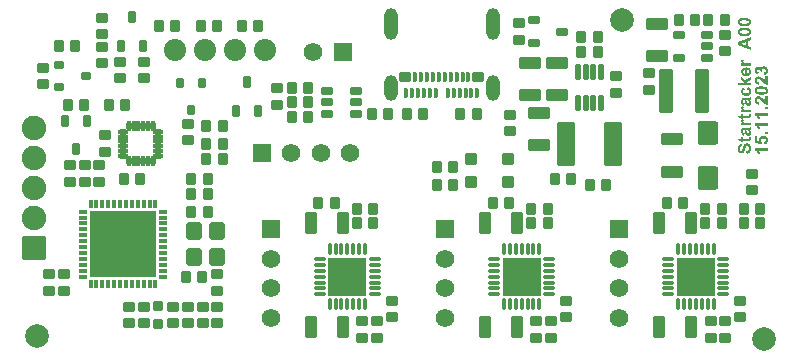
<source format=gts>
G04*
G04 #@! TF.GenerationSoftware,Altium Limited,Altium Designer,23.3.1 (30)*
G04*
G04 Layer_Color=8388736*
%FSLAX43Y43*%
%MOMM*%
G71*
G04*
G04 #@! TF.SameCoordinates,A4EA7D40-A082-4D09-80F0-C7F5A4317295*
G04*
G04*
G04 #@! TF.FilePolarity,Negative*
G04*
G01*
G75*
G04:AMPARAMS|DCode=40|XSize=0.826mm|YSize=1.036mm|CornerRadius=0.113mm|HoleSize=0mm|Usage=FLASHONLY|Rotation=180.000|XOffset=0mm|YOffset=0mm|HoleType=Round|Shape=RoundedRectangle|*
%AMROUNDEDRECTD40*
21,1,0.826,0.810,0,0,180.0*
21,1,0.600,1.036,0,0,180.0*
1,1,0.226,-0.300,0.405*
1,1,0.226,0.300,0.405*
1,1,0.226,0.300,-0.405*
1,1,0.226,-0.300,-0.405*
%
%ADD40ROUNDEDRECTD40*%
%ADD41O,0.900X0.450*%
%ADD42O,0.450X0.900*%
G04:AMPARAMS|DCode=43|XSize=0.776mm|YSize=0.976mm|CornerRadius=0.108mm|HoleSize=0mm|Usage=FLASHONLY|Rotation=0.000|XOffset=0mm|YOffset=0mm|HoleType=Round|Shape=RoundedRectangle|*
%AMROUNDEDRECTD43*
21,1,0.776,0.760,0,0,0.0*
21,1,0.560,0.976,0,0,0.0*
1,1,0.216,0.280,-0.380*
1,1,0.216,-0.280,-0.380*
1,1,0.216,-0.280,0.380*
1,1,0.216,0.280,0.380*
%
%ADD43ROUNDEDRECTD43*%
%ADD44R,3.176X3.176*%
%ADD45O,1.076X0.326*%
%ADD46O,0.326X1.076*%
G04:AMPARAMS|DCode=47|XSize=0.826mm|YSize=1.036mm|CornerRadius=0.113mm|HoleSize=0mm|Usage=FLASHONLY|Rotation=270.000|XOffset=0mm|YOffset=0mm|HoleType=Round|Shape=RoundedRectangle|*
%AMROUNDEDRECTD47*
21,1,0.826,0.810,0,0,270.0*
21,1,0.600,1.036,0,0,270.0*
1,1,0.226,-0.405,-0.300*
1,1,0.226,-0.405,0.300*
1,1,0.226,0.405,0.300*
1,1,0.226,0.405,-0.300*
%
%ADD47ROUNDEDRECTD47*%
G04:AMPARAMS|DCode=48|XSize=1mm|YSize=1.05mm|CornerRadius=0.14mm|HoleSize=0mm|Usage=FLASHONLY|Rotation=270.000|XOffset=0mm|YOffset=0mm|HoleType=Round|Shape=RoundedRectangle|*
%AMROUNDEDRECTD48*
21,1,1.000,0.770,0,0,270.0*
21,1,0.720,1.050,0,0,270.0*
1,1,0.280,-0.385,-0.360*
1,1,0.280,-0.385,0.360*
1,1,0.280,0.385,0.360*
1,1,0.280,0.385,-0.360*
%
%ADD48ROUNDEDRECTD48*%
%ADD49C,2.000*%
G04:AMPARAMS|DCode=50|XSize=0.776mm|YSize=0.976mm|CornerRadius=0.108mm|HoleSize=0mm|Usage=FLASHONLY|Rotation=90.000|XOffset=0mm|YOffset=0mm|HoleType=Round|Shape=RoundedRectangle|*
%AMROUNDEDRECTD50*
21,1,0.776,0.760,0,0,90.0*
21,1,0.560,0.976,0,0,90.0*
1,1,0.216,0.380,0.280*
1,1,0.216,0.380,-0.280*
1,1,0.216,-0.380,-0.280*
1,1,0.216,-0.380,0.280*
%
%ADD50ROUNDEDRECTD50*%
G04:AMPARAMS|DCode=51|XSize=0.876mm|YSize=0.876mm|CornerRadius=0.118mm|HoleSize=0mm|Usage=FLASHONLY|Rotation=270.000|XOffset=0mm|YOffset=0mm|HoleType=Round|Shape=RoundedRectangle|*
%AMROUNDEDRECTD51*
21,1,0.876,0.640,0,0,270.0*
21,1,0.640,0.876,0,0,270.0*
1,1,0.236,-0.320,-0.320*
1,1,0.236,-0.320,0.320*
1,1,0.236,0.320,0.320*
1,1,0.236,0.320,-0.320*
%
%ADD51ROUNDEDRECTD51*%
%ADD52C,2.076*%
G04:AMPARAMS|DCode=53|XSize=2.076mm|YSize=2.076mm|CornerRadius=0.238mm|HoleSize=0mm|Usage=FLASHONLY|Rotation=90.000|XOffset=0mm|YOffset=0mm|HoleType=Round|Shape=RoundedRectangle|*
%AMROUNDEDRECTD53*
21,1,2.076,1.600,0,0,90.0*
21,1,1.600,2.076,0,0,90.0*
1,1,0.476,0.800,0.800*
1,1,0.476,0.800,-0.800*
1,1,0.476,-0.800,-0.800*
1,1,0.476,-0.800,0.800*
%
%ADD53ROUNDEDRECTD53*%
G04:AMPARAMS|DCode=54|XSize=0.476mm|YSize=1.296mm|CornerRadius=0.078mm|HoleSize=0mm|Usage=FLASHONLY|Rotation=180.000|XOffset=0mm|YOffset=0mm|HoleType=Round|Shape=RoundedRectangle|*
%AMROUNDEDRECTD54*
21,1,0.476,1.140,0,0,180.0*
21,1,0.320,1.296,0,0,180.0*
1,1,0.156,-0.160,0.570*
1,1,0.156,0.160,0.570*
1,1,0.156,0.160,-0.570*
1,1,0.156,-0.160,-0.570*
%
%ADD54ROUNDEDRECTD54*%
G04:AMPARAMS|DCode=55|XSize=0.376mm|YSize=0.776mm|CornerRadius=0.068mm|HoleSize=0mm|Usage=FLASHONLY|Rotation=180.000|XOffset=0mm|YOffset=0mm|HoleType=Round|Shape=RoundedRectangle|*
%AMROUNDEDRECTD55*
21,1,0.376,0.640,0,0,180.0*
21,1,0.240,0.776,0,0,180.0*
1,1,0.136,-0.120,0.320*
1,1,0.136,0.120,0.320*
1,1,0.136,0.120,-0.320*
1,1,0.136,-0.120,-0.320*
%
%ADD55ROUNDEDRECTD55*%
G04:AMPARAMS|DCode=56|XSize=1.076mm|YSize=0.776mm|CornerRadius=0.108mm|HoleSize=0mm|Usage=FLASHONLY|Rotation=180.000|XOffset=0mm|YOffset=0mm|HoleType=Round|Shape=RoundedRectangle|*
%AMROUNDEDRECTD56*
21,1,1.076,0.560,0,0,180.0*
21,1,0.860,0.776,0,0,180.0*
1,1,0.216,-0.430,0.280*
1,1,0.216,0.430,0.280*
1,1,0.216,0.430,-0.280*
1,1,0.216,-0.430,-0.280*
%
%ADD56ROUNDEDRECTD56*%
G04:AMPARAMS|DCode=57|XSize=0.676mm|YSize=1.026mm|CornerRadius=0.098mm|HoleSize=0mm|Usage=FLASHONLY|Rotation=0.000|XOffset=0mm|YOffset=0mm|HoleType=Round|Shape=RoundedRectangle|*
%AMROUNDEDRECTD57*
21,1,0.676,0.830,0,0,0.0*
21,1,0.480,1.026,0,0,0.0*
1,1,0.196,0.240,-0.415*
1,1,0.196,-0.240,-0.415*
1,1,0.196,-0.240,0.415*
1,1,0.196,0.240,0.415*
%
%ADD57ROUNDEDRECTD57*%
%ADD58R,5.676X5.676*%
G04:AMPARAMS|DCode=59|XSize=0.376mm|YSize=0.626mm|CornerRadius=0.068mm|HoleSize=0mm|Usage=FLASHONLY|Rotation=180.000|XOffset=0mm|YOffset=0mm|HoleType=Round|Shape=RoundedRectangle|*
%AMROUNDEDRECTD59*
21,1,0.376,0.490,0,0,180.0*
21,1,0.240,0.626,0,0,180.0*
1,1,0.136,-0.120,0.245*
1,1,0.136,0.120,0.245*
1,1,0.136,0.120,-0.245*
1,1,0.136,-0.120,-0.245*
%
%ADD59ROUNDEDRECTD59*%
G04:AMPARAMS|DCode=60|XSize=0.376mm|YSize=0.626mm|CornerRadius=0.068mm|HoleSize=0mm|Usage=FLASHONLY|Rotation=270.000|XOffset=0mm|YOffset=0mm|HoleType=Round|Shape=RoundedRectangle|*
%AMROUNDEDRECTD60*
21,1,0.376,0.490,0,0,270.0*
21,1,0.240,0.626,0,0,270.0*
1,1,0.136,-0.245,-0.120*
1,1,0.136,-0.245,0.120*
1,1,0.136,0.245,0.120*
1,1,0.136,0.245,-0.120*
%
%ADD60ROUNDEDRECTD60*%
G04:AMPARAMS|DCode=61|XSize=1.476mm|YSize=1.276mm|CornerRadius=0.158mm|HoleSize=0mm|Usage=FLASHONLY|Rotation=270.000|XOffset=0mm|YOffset=0mm|HoleType=Round|Shape=RoundedRectangle|*
%AMROUNDEDRECTD61*
21,1,1.476,0.960,0,0,270.0*
21,1,1.160,1.276,0,0,270.0*
1,1,0.316,-0.480,-0.580*
1,1,0.316,-0.480,0.580*
1,1,0.316,0.480,0.580*
1,1,0.316,0.480,-0.580*
%
%ADD61ROUNDEDRECTD61*%
G04:AMPARAMS|DCode=62|XSize=1.076mm|YSize=1.876mm|CornerRadius=0.138mm|HoleSize=0mm|Usage=FLASHONLY|Rotation=180.000|XOffset=0mm|YOffset=0mm|HoleType=Round|Shape=RoundedRectangle|*
%AMROUNDEDRECTD62*
21,1,1.076,1.600,0,0,180.0*
21,1,0.800,1.876,0,0,180.0*
1,1,0.276,-0.400,0.800*
1,1,0.276,0.400,0.800*
1,1,0.276,0.400,-0.800*
1,1,0.276,-0.400,-0.800*
%
%ADD62ROUNDEDRECTD62*%
G04:AMPARAMS|DCode=63|XSize=0.676mm|YSize=1.026mm|CornerRadius=0.098mm|HoleSize=0mm|Usage=FLASHONLY|Rotation=90.000|XOffset=0mm|YOffset=0mm|HoleType=Round|Shape=RoundedRectangle|*
%AMROUNDEDRECTD63*
21,1,0.676,0.830,0,0,90.0*
21,1,0.480,1.026,0,0,90.0*
1,1,0.196,0.415,0.240*
1,1,0.196,0.415,-0.240*
1,1,0.196,-0.415,-0.240*
1,1,0.196,-0.415,0.240*
%
%ADD63ROUNDEDRECTD63*%
G04:AMPARAMS|DCode=64|XSize=1.076mm|YSize=1.876mm|CornerRadius=0.138mm|HoleSize=0mm|Usage=FLASHONLY|Rotation=270.000|XOffset=0mm|YOffset=0mm|HoleType=Round|Shape=RoundedRectangle|*
%AMROUNDEDRECTD64*
21,1,1.076,1.600,0,0,270.0*
21,1,0.800,1.876,0,0,270.0*
1,1,0.276,-0.800,-0.400*
1,1,0.276,-0.800,0.400*
1,1,0.276,0.800,0.400*
1,1,0.276,0.800,-0.400*
%
%ADD64ROUNDEDRECTD64*%
G04:AMPARAMS|DCode=65|XSize=0.626mm|YSize=0.876mm|CornerRadius=0.093mm|HoleSize=0mm|Usage=FLASHONLY|Rotation=0.000|XOffset=0mm|YOffset=0mm|HoleType=Round|Shape=RoundedRectangle|*
%AMROUNDEDRECTD65*
21,1,0.626,0.690,0,0,0.0*
21,1,0.440,0.876,0,0,0.0*
1,1,0.186,0.220,-0.345*
1,1,0.186,-0.220,-0.345*
1,1,0.186,-0.220,0.345*
1,1,0.186,0.220,0.345*
%
%ADD65ROUNDEDRECTD65*%
G04:AMPARAMS|DCode=66|XSize=0.626mm|YSize=0.876mm|CornerRadius=0.093mm|HoleSize=0mm|Usage=FLASHONLY|Rotation=90.000|XOffset=0mm|YOffset=0mm|HoleType=Round|Shape=RoundedRectangle|*
%AMROUNDEDRECTD66*
21,1,0.626,0.690,0,0,90.0*
21,1,0.440,0.876,0,0,90.0*
1,1,0.186,0.345,0.220*
1,1,0.186,0.345,-0.220*
1,1,0.186,-0.345,-0.220*
1,1,0.186,-0.345,0.220*
%
%ADD66ROUNDEDRECTD66*%
G04:AMPARAMS|DCode=67|XSize=1.576mm|YSize=3.676mm|CornerRadius=0.188mm|HoleSize=0mm|Usage=FLASHONLY|Rotation=180.000|XOffset=0mm|YOffset=0mm|HoleType=Round|Shape=RoundedRectangle|*
%AMROUNDEDRECTD67*
21,1,1.576,3.300,0,0,180.0*
21,1,1.200,3.676,0,0,180.0*
1,1,0.376,-0.600,1.650*
1,1,0.376,0.600,1.650*
1,1,0.376,0.600,-1.650*
1,1,0.376,-0.600,-1.650*
%
%ADD67ROUNDEDRECTD67*%
G04:AMPARAMS|DCode=68|XSize=1.176mm|YSize=3.776mm|CornerRadius=0.148mm|HoleSize=0mm|Usage=FLASHONLY|Rotation=0.000|XOffset=0mm|YOffset=0mm|HoleType=Round|Shape=RoundedRectangle|*
%AMROUNDEDRECTD68*
21,1,1.176,3.480,0,0,0.0*
21,1,0.880,3.776,0,0,0.0*
1,1,0.296,0.440,-1.740*
1,1,0.296,-0.440,-1.740*
1,1,0.296,-0.440,1.740*
1,1,0.296,0.440,1.740*
%
%ADD68ROUNDEDRECTD68*%
G04:AMPARAMS|DCode=69|XSize=1.976mm|YSize=1.776mm|CornerRadius=0.208mm|HoleSize=0mm|Usage=FLASHONLY|Rotation=90.000|XOffset=0mm|YOffset=0mm|HoleType=Round|Shape=RoundedRectangle|*
%AMROUNDEDRECTD69*
21,1,1.976,1.360,0,0,90.0*
21,1,1.560,1.776,0,0,90.0*
1,1,0.416,0.680,0.780*
1,1,0.416,0.680,-0.780*
1,1,0.416,-0.680,-0.780*
1,1,0.416,-0.680,0.780*
%
%ADD69ROUNDEDRECTD69*%
%ADD70C,1.876*%
%ADD71C,1.576*%
G04:AMPARAMS|DCode=72|XSize=1.576mm|YSize=1.576mm|CornerRadius=0.188mm|HoleSize=0mm|Usage=FLASHONLY|Rotation=0.000|XOffset=0mm|YOffset=0mm|HoleType=Round|Shape=RoundedRectangle|*
%AMROUNDEDRECTD72*
21,1,1.576,1.200,0,0,0.0*
21,1,1.200,1.576,0,0,0.0*
1,1,0.376,0.600,-0.600*
1,1,0.376,-0.600,-0.600*
1,1,0.376,-0.600,0.600*
1,1,0.376,0.600,0.600*
%
%ADD72ROUNDEDRECTD72*%
G04:AMPARAMS|DCode=73|XSize=1.576mm|YSize=1.576mm|CornerRadius=0.188mm|HoleSize=0mm|Usage=FLASHONLY|Rotation=270.000|XOffset=0mm|YOffset=0mm|HoleType=Round|Shape=RoundedRectangle|*
%AMROUNDEDRECTD73*
21,1,1.576,1.200,0,0,270.0*
21,1,1.200,1.576,0,0,270.0*
1,1,0.376,-0.600,-0.600*
1,1,0.376,-0.600,0.600*
1,1,0.376,0.600,0.600*
1,1,0.376,0.600,-0.600*
%
%ADD73ROUNDEDRECTD73*%
%ADD74O,1.176X2.176*%
%ADD75O,1.176X2.676*%
%ADD76C,0.300*%
G36*
X63529Y24557D02*
X63539Y24556D01*
X63551Y24554D01*
X63565Y24552D01*
X63581Y24549D01*
X63598Y24544D01*
X63617Y24539D01*
X63637Y24532D01*
X63657Y24523D01*
X63678Y24514D01*
X63699Y24501D01*
X63719Y24487D01*
X63739Y24471D01*
X63759Y24452D01*
X63759Y24451D01*
X63762Y24448D01*
X63768Y24441D01*
X63774Y24434D01*
X63782Y24423D01*
X63790Y24412D01*
X63799Y24397D01*
X63809Y24381D01*
X63818Y24363D01*
X63827Y24343D01*
X63835Y24322D01*
X63843Y24299D01*
X63850Y24274D01*
X63854Y24248D01*
X63858Y24221D01*
X63859Y24193D01*
Y24186D01*
X63858Y24178D01*
X63857Y24168D01*
X63857Y24156D01*
X63854Y24141D01*
X63852Y24125D01*
X63848Y24107D01*
X63844Y24088D01*
X63839Y24069D01*
X63832Y24048D01*
X63823Y24028D01*
X63813Y24007D01*
X63803Y23987D01*
X63789Y23967D01*
X63774Y23948D01*
X63773Y23948D01*
X63770Y23945D01*
X63766Y23939D01*
X63759Y23933D01*
X63751Y23926D01*
X63740Y23917D01*
X63728Y23908D01*
X63715Y23898D01*
X63700Y23888D01*
X63683Y23879D01*
X63664Y23869D01*
X63645Y23860D01*
X63624Y23852D01*
X63602Y23846D01*
X63578Y23840D01*
X63553Y23836D01*
X63528Y24038D01*
X63529D01*
X63531Y24039D01*
X63535D01*
X63540Y24040D01*
X63547Y24041D01*
X63554Y24043D01*
X63563Y24045D01*
X63572Y24048D01*
X63591Y24054D01*
X63610Y24064D01*
X63630Y24075D01*
X63638Y24082D01*
X63646Y24089D01*
X63647Y24090D01*
X63648Y24091D01*
X63650Y24094D01*
X63653Y24097D01*
X63656Y24101D01*
X63659Y24105D01*
X63666Y24118D01*
X63674Y24133D01*
X63680Y24150D01*
X63685Y24170D01*
X63686Y24180D01*
X63686Y24191D01*
Y24197D01*
X63686Y24202D01*
X63685Y24207D01*
X63684Y24214D01*
X63680Y24229D01*
X63675Y24246D01*
X63671Y24255D01*
X63666Y24264D01*
X63660Y24273D01*
X63653Y24282D01*
X63646Y24291D01*
X63638Y24299D01*
X63637Y24300D01*
X63635Y24301D01*
X63633Y24303D01*
X63629Y24306D01*
X63624Y24309D01*
X63618Y24313D01*
X63611Y24317D01*
X63603Y24322D01*
X63594Y24326D01*
X63584Y24330D01*
X63573Y24334D01*
X63562Y24337D01*
X63549Y24340D01*
X63536Y24342D01*
X63521Y24343D01*
X63506Y24344D01*
X63505D01*
X63503D01*
X63498D01*
X63492Y24343D01*
X63486Y24342D01*
X63478Y24342D01*
X63470Y24341D01*
X63461Y24339D01*
X63441Y24334D01*
X63420Y24326D01*
X63410Y24321D01*
X63400Y24316D01*
X63390Y24309D01*
X63381Y24302D01*
X63380Y24301D01*
X63379Y24300D01*
X63377Y24298D01*
X63374Y24294D01*
X63370Y24290D01*
X63366Y24285D01*
X63357Y24273D01*
X63350Y24258D01*
X63342Y24240D01*
X63339Y24231D01*
X63337Y24221D01*
X63336Y24210D01*
X63335Y24199D01*
Y24192D01*
X63336Y24188D01*
Y24183D01*
X63336Y24172D01*
X63339Y24158D01*
X63341Y24142D01*
X63345Y24123D01*
X63350Y24104D01*
X63181Y24127D01*
Y24141D01*
X63180Y24148D01*
X63179Y24156D01*
X63179Y24165D01*
X63177Y24174D01*
X63173Y24196D01*
X63167Y24217D01*
X63162Y24228D01*
X63157Y24238D01*
X63152Y24247D01*
X63145Y24256D01*
X63144Y24257D01*
X63143Y24258D01*
X63141Y24260D01*
X63138Y24263D01*
X63134Y24266D01*
X63129Y24270D01*
X63124Y24274D01*
X63117Y24279D01*
X63102Y24287D01*
X63084Y24294D01*
X63075Y24297D01*
X63064Y24299D01*
X63053Y24300D01*
X63041Y24301D01*
X63040D01*
X63039D01*
X63036D01*
X63032Y24300D01*
X63027D01*
X63022Y24299D01*
X63010Y24297D01*
X62996Y24293D01*
X62982Y24287D01*
X62967Y24279D01*
X62954Y24268D01*
X62952Y24266D01*
X62949Y24262D01*
X62944Y24255D01*
X62938Y24244D01*
X62931Y24232D01*
X62927Y24217D01*
X62923Y24200D01*
X62921Y24181D01*
Y24175D01*
X62922Y24172D01*
Y24167D01*
X62923Y24162D01*
X62926Y24149D01*
X62931Y24135D01*
X62937Y24120D01*
X62946Y24104D01*
X62952Y24096D01*
X62959Y24089D01*
X62960Y24088D01*
X62960Y24087D01*
X62963Y24086D01*
X62966Y24083D01*
X62970Y24080D01*
X62974Y24076D01*
X62980Y24073D01*
X62986Y24069D01*
X62993Y24065D01*
X63001Y24061D01*
X63010Y24058D01*
X63020Y24054D01*
X63030Y24050D01*
X63041Y24047D01*
X63054Y24045D01*
X63066Y24043D01*
X63034Y23852D01*
X63033D01*
X63029Y23853D01*
X63025Y23854D01*
X63018Y23856D01*
X63009Y23857D01*
X63000Y23861D01*
X62989Y23863D01*
X62978Y23867D01*
X62952Y23875D01*
X62926Y23886D01*
X62900Y23897D01*
X62888Y23905D01*
X62876Y23912D01*
X62876Y23912D01*
X62874Y23913D01*
X62871Y23915D01*
X62867Y23919D01*
X62861Y23923D01*
X62856Y23928D01*
X62850Y23934D01*
X62843Y23941D01*
X62836Y23948D01*
X62828Y23957D01*
X62820Y23967D01*
X62813Y23977D01*
X62805Y23988D01*
X62797Y23999D01*
X62784Y24025D01*
X62783Y24025D01*
X62782Y24028D01*
X62781Y24032D01*
X62778Y24037D01*
X62776Y24044D01*
X62773Y24052D01*
X62770Y24061D01*
X62766Y24072D01*
X62763Y24083D01*
X62761Y24096D01*
X62758Y24109D01*
X62756Y24123D01*
X62752Y24154D01*
X62750Y24171D01*
Y24194D01*
X62751Y24202D01*
X62752Y24212D01*
X62753Y24226D01*
X62756Y24240D01*
X62758Y24257D01*
X62763Y24275D01*
X62767Y24295D01*
X62774Y24314D01*
X62782Y24335D01*
X62792Y24355D01*
X62803Y24375D01*
X62816Y24396D01*
X62831Y24415D01*
X62848Y24433D01*
X62849Y24434D01*
X62852Y24436D01*
X62856Y24440D01*
X62862Y24444D01*
X62870Y24451D01*
X62879Y24457D01*
X62889Y24464D01*
X62901Y24471D01*
X62913Y24478D01*
X62927Y24485D01*
X62942Y24492D01*
X62958Y24498D01*
X62974Y24503D01*
X62992Y24506D01*
X63010Y24509D01*
X63029Y24510D01*
X63030D01*
X63035D01*
X63042Y24509D01*
X63052Y24507D01*
X63065Y24505D01*
X63078Y24501D01*
X63094Y24496D01*
X63111Y24490D01*
X63128Y24481D01*
X63147Y24471D01*
X63166Y24459D01*
X63186Y24444D01*
X63204Y24426D01*
X63214Y24415D01*
X63222Y24404D01*
X63232Y24393D01*
X63241Y24380D01*
X63249Y24367D01*
X63257Y24353D01*
Y24353D01*
X63258Y24357D01*
X63259Y24361D01*
X63261Y24368D01*
X63263Y24376D01*
X63267Y24385D01*
X63271Y24395D01*
X63276Y24406D01*
X63281Y24418D01*
X63288Y24430D01*
X63295Y24443D01*
X63303Y24455D01*
X63312Y24467D01*
X63323Y24479D01*
X63334Y24491D01*
X63347Y24502D01*
X63347Y24503D01*
X63350Y24504D01*
X63354Y24507D01*
X63359Y24510D01*
X63365Y24514D01*
X63374Y24519D01*
X63383Y24525D01*
X63394Y24530D01*
X63405Y24535D01*
X63418Y24540D01*
X63432Y24545D01*
X63447Y24549D01*
X63463Y24552D01*
X63479Y24555D01*
X63496Y24557D01*
X63514Y24558D01*
X63516D01*
X63521D01*
X63529Y24557D01*
D02*
G37*
G36*
X63840Y22973D02*
X63839D01*
X63835Y22974D01*
X63829Y22974D01*
X63821Y22976D01*
X63812Y22978D01*
X63800Y22980D01*
X63788Y22982D01*
X63773Y22986D01*
X63758Y22990D01*
X63741Y22996D01*
X63725Y23001D01*
X63707Y23007D01*
X63689Y23015D01*
X63670Y23024D01*
X63652Y23033D01*
X63633Y23044D01*
X63632Y23044D01*
X63628Y23047D01*
X63623Y23051D01*
X63615Y23055D01*
X63605Y23062D01*
X63594Y23072D01*
X63580Y23083D01*
X63564Y23095D01*
X63546Y23110D01*
X63526Y23127D01*
X63505Y23146D01*
X63481Y23168D01*
X63456Y23192D01*
X63430Y23218D01*
X63402Y23247D01*
X63372Y23278D01*
X63372Y23279D01*
X63371Y23280D01*
X63367Y23284D01*
X63360Y23292D01*
X63351Y23301D01*
X63340Y23312D01*
X63328Y23324D01*
X63315Y23338D01*
X63301Y23353D01*
X63271Y23382D01*
X63257Y23397D01*
X63242Y23410D01*
X63229Y23423D01*
X63216Y23434D01*
X63204Y23444D01*
X63195Y23451D01*
X63194Y23452D01*
X63192Y23452D01*
X63189Y23455D01*
X63184Y23458D01*
X63178Y23461D01*
X63171Y23464D01*
X63164Y23468D01*
X63155Y23473D01*
X63135Y23481D01*
X63114Y23487D01*
X63091Y23492D01*
X63079Y23493D01*
X63067Y23494D01*
X63066D01*
X63064D01*
X63061D01*
X63055Y23493D01*
X63050D01*
X63044Y23492D01*
X63028Y23489D01*
X63011Y23485D01*
X62993Y23478D01*
X62976Y23469D01*
X62967Y23463D01*
X62960Y23456D01*
X62960Y23456D01*
X62959Y23455D01*
X62957Y23452D01*
X62954Y23449D01*
X62952Y23445D01*
X62949Y23441D01*
X62945Y23435D01*
X62942Y23430D01*
X62934Y23415D01*
X62928Y23397D01*
X62924Y23376D01*
X62923Y23365D01*
X62923Y23353D01*
Y23346D01*
X62923Y23342D01*
Y23336D01*
X62925Y23330D01*
X62927Y23315D01*
X62932Y23299D01*
X62939Y23281D01*
X62944Y23273D01*
X62949Y23264D01*
X62955Y23256D01*
X62962Y23248D01*
X62963Y23248D01*
X62963Y23247D01*
X62966Y23244D01*
X62970Y23242D01*
X62974Y23239D01*
X62979Y23236D01*
X62985Y23233D01*
X62993Y23229D01*
X63001Y23225D01*
X63011Y23221D01*
X63022Y23217D01*
X63033Y23214D01*
X63047Y23211D01*
X63061Y23208D01*
X63076Y23206D01*
X63092Y23204D01*
X63072Y22997D01*
X63071D01*
X63069D01*
X63067Y22998D01*
X63064D01*
X63060Y22999D01*
X63055Y23000D01*
X63044Y23002D01*
X63029Y23004D01*
X63014Y23008D01*
X62996Y23013D01*
X62977Y23018D01*
X62956Y23025D01*
X62936Y23033D01*
X62916Y23043D01*
X62895Y23054D01*
X62876Y23065D01*
X62858Y23080D01*
X62840Y23095D01*
X62825Y23113D01*
X62825Y23113D01*
X62822Y23117D01*
X62818Y23123D01*
X62814Y23130D01*
X62808Y23140D01*
X62802Y23151D01*
X62795Y23165D01*
X62788Y23180D01*
X62781Y23197D01*
X62774Y23215D01*
X62767Y23236D01*
X62762Y23257D01*
X62757Y23281D01*
X62753Y23305D01*
X62751Y23331D01*
X62750Y23357D01*
Y23365D01*
X62751Y23373D01*
X62752Y23384D01*
X62752Y23397D01*
X62755Y23413D01*
X62757Y23430D01*
X62761Y23449D01*
X62766Y23469D01*
X62771Y23490D01*
X62778Y23511D01*
X62787Y23532D01*
X62797Y23553D01*
X62808Y23573D01*
X62821Y23592D01*
X62837Y23610D01*
X62838Y23611D01*
X62841Y23614D01*
X62846Y23619D01*
X62853Y23624D01*
X62861Y23631D01*
X62871Y23639D01*
X62883Y23648D01*
X62897Y23656D01*
X62912Y23665D01*
X62927Y23674D01*
X62945Y23682D01*
X62964Y23689D01*
X62985Y23694D01*
X63007Y23699D01*
X63029Y23702D01*
X63053Y23703D01*
X63054D01*
X63056D01*
X63060D01*
X63066D01*
X63072Y23702D01*
X63080Y23701D01*
X63088Y23700D01*
X63098Y23700D01*
X63119Y23697D01*
X63142Y23692D01*
X63168Y23685D01*
X63193Y23676D01*
X63193D01*
X63196Y23675D01*
X63199Y23673D01*
X63204Y23671D01*
X63210Y23668D01*
X63217Y23664D01*
X63226Y23660D01*
X63234Y23656D01*
X63244Y23650D01*
X63255Y23644D01*
X63279Y23630D01*
X63304Y23613D01*
X63331Y23593D01*
X63332Y23592D01*
X63333Y23591D01*
X63336Y23589D01*
X63339Y23586D01*
X63345Y23581D01*
X63351Y23576D01*
X63358Y23569D01*
X63366Y23562D01*
X63376Y23553D01*
X63386Y23543D01*
X63398Y23532D01*
X63410Y23519D01*
X63423Y23506D01*
X63438Y23491D01*
X63453Y23474D01*
X63470Y23456D01*
X63471Y23456D01*
X63474Y23452D01*
X63478Y23447D01*
X63485Y23441D01*
X63492Y23433D01*
X63500Y23423D01*
X63509Y23414D01*
X63518Y23404D01*
X63539Y23383D01*
X63558Y23361D01*
X63568Y23352D01*
X63576Y23344D01*
X63584Y23336D01*
X63590Y23331D01*
X63591Y23330D01*
X63595Y23327D01*
X63601Y23321D01*
X63608Y23316D01*
X63616Y23309D01*
X63627Y23302D01*
X63637Y23295D01*
X63647Y23288D01*
Y23703D01*
X63840D01*
Y22973D01*
D02*
G37*
G36*
X63334Y22860D02*
X63344D01*
X63355Y22859D01*
X63368Y22858D01*
X63380Y22858D01*
X63394Y22857D01*
X63409Y22855D01*
X63441Y22852D01*
X63476Y22847D01*
X63512Y22842D01*
X63549Y22835D01*
X63586Y22826D01*
X63622Y22816D01*
X63657Y22803D01*
X63690Y22789D01*
X63706Y22781D01*
X63721Y22773D01*
X63735Y22763D01*
X63748Y22754D01*
X63750Y22753D01*
X63753Y22750D01*
X63759Y22744D01*
X63766Y22737D01*
X63774Y22729D01*
X63784Y22718D01*
X63793Y22704D01*
X63803Y22690D01*
X63814Y22673D01*
X63824Y22655D01*
X63833Y22635D01*
X63842Y22613D01*
X63849Y22589D01*
X63854Y22563D01*
X63857Y22537D01*
X63859Y22507D01*
Y22500D01*
X63858Y22493D01*
X63857Y22482D01*
X63855Y22467D01*
X63853Y22453D01*
X63849Y22434D01*
X63844Y22416D01*
X63837Y22396D01*
X63829Y22376D01*
X63820Y22354D01*
X63808Y22332D01*
X63794Y22311D01*
X63777Y22291D01*
X63759Y22270D01*
X63737Y22252D01*
X63736Y22251D01*
X63732Y22248D01*
X63728Y22245D01*
X63724Y22243D01*
X63719Y22240D01*
X63714Y22237D01*
X63707Y22233D01*
X63700Y22230D01*
X63691Y22225D01*
X63682Y22221D01*
X63672Y22217D01*
X63662Y22212D01*
X63650Y22208D01*
X63638Y22204D01*
X63624Y22199D01*
X63609Y22194D01*
X63595Y22190D01*
X63578Y22186D01*
X63561Y22182D01*
X63543Y22178D01*
X63523Y22174D01*
X63503Y22170D01*
X63481Y22167D01*
X63460Y22164D01*
X63436Y22161D01*
X63412Y22159D01*
X63387Y22157D01*
X63360Y22156D01*
X63332Y22155D01*
X63303D01*
X63303D01*
X63300D01*
X63295D01*
X63290D01*
X63283Y22156D01*
X63274D01*
X63264D01*
X63253Y22157D01*
X63241Y22157D01*
X63228Y22158D01*
X63214Y22160D01*
X63199Y22161D01*
X63168Y22164D01*
X63133Y22168D01*
X63097Y22174D01*
X63061Y22181D01*
X63024Y22190D01*
X62987Y22200D01*
X62952Y22212D01*
X62920Y22226D01*
X62904Y22234D01*
X62889Y22242D01*
X62875Y22252D01*
X62861Y22261D01*
X62860Y22262D01*
X62857Y22265D01*
X62851Y22270D01*
X62844Y22277D01*
X62836Y22286D01*
X62826Y22297D01*
X62816Y22310D01*
X62806Y22325D01*
X62796Y22342D01*
X62785Y22360D01*
X62776Y22380D01*
X62767Y22402D01*
X62760Y22426D01*
X62755Y22452D01*
X62752Y22478D01*
X62750Y22507D01*
Y22515D01*
X62751Y22522D01*
X62752Y22533D01*
X62753Y22547D01*
X62756Y22562D01*
X62759Y22579D01*
X62764Y22598D01*
X62770Y22617D01*
X62777Y22637D01*
X62787Y22657D01*
X62798Y22678D01*
X62810Y22698D01*
X62825Y22718D01*
X62843Y22737D01*
X62863Y22754D01*
X62865Y22755D01*
X62866Y22756D01*
X62869Y22759D01*
X62873Y22761D01*
X62877Y22764D01*
X62883Y22767D01*
X62889Y22770D01*
X62895Y22774D01*
X62903Y22779D01*
X62912Y22783D01*
X62921Y22788D01*
X62932Y22792D01*
X62943Y22797D01*
X62955Y22803D01*
X62968Y22807D01*
X62982Y22812D01*
X62997Y22817D01*
X63013Y22822D01*
X63029Y22827D01*
X63047Y22832D01*
X63066Y22836D01*
X63085Y22840D01*
X63106Y22844D01*
X63128Y22847D01*
X63150Y22850D01*
X63173Y22854D01*
X63197Y22856D01*
X63222Y22858D01*
X63249Y22860D01*
X63277Y22861D01*
X63305D01*
X63306D01*
X63308D01*
X63313D01*
X63318D01*
X63325D01*
X63334Y22860D01*
D02*
G37*
G36*
X63840Y21285D02*
X63839D01*
X63835Y21286D01*
X63829Y21287D01*
X63821Y21289D01*
X63812Y21290D01*
X63800Y21292D01*
X63788Y21295D01*
X63773Y21299D01*
X63758Y21303D01*
X63741Y21308D01*
X63725Y21314D01*
X63707Y21320D01*
X63689Y21328D01*
X63670Y21336D01*
X63652Y21346D01*
X63633Y21356D01*
X63632Y21357D01*
X63628Y21359D01*
X63623Y21363D01*
X63615Y21368D01*
X63605Y21375D01*
X63594Y21384D01*
X63580Y21395D01*
X63564Y21408D01*
X63546Y21423D01*
X63526Y21439D01*
X63505Y21459D01*
X63481Y21480D01*
X63456Y21504D01*
X63430Y21530D01*
X63402Y21559D01*
X63372Y21591D01*
X63372Y21592D01*
X63371Y21592D01*
X63367Y21597D01*
X63360Y21604D01*
X63351Y21614D01*
X63340Y21624D01*
X63328Y21637D01*
X63315Y21650D01*
X63301Y21665D01*
X63271Y21694D01*
X63257Y21709D01*
X63242Y21723D01*
X63229Y21736D01*
X63216Y21747D01*
X63204Y21756D01*
X63195Y21763D01*
X63194Y21764D01*
X63192Y21765D01*
X63189Y21767D01*
X63184Y21770D01*
X63178Y21774D01*
X63171Y21777D01*
X63164Y21781D01*
X63155Y21785D01*
X63135Y21793D01*
X63114Y21800D01*
X63091Y21805D01*
X63079Y21806D01*
X63067Y21807D01*
X63066D01*
X63064D01*
X63061D01*
X63055Y21806D01*
X63050D01*
X63044Y21805D01*
X63028Y21802D01*
X63011Y21797D01*
X62993Y21791D01*
X62976Y21781D01*
X62967Y21775D01*
X62960Y21769D01*
X62960Y21768D01*
X62959Y21767D01*
X62957Y21765D01*
X62954Y21762D01*
X62952Y21758D01*
X62949Y21753D01*
X62945Y21748D01*
X62942Y21742D01*
X62934Y21727D01*
X62928Y21709D01*
X62924Y21689D01*
X62923Y21677D01*
X62923Y21665D01*
Y21659D01*
X62923Y21654D01*
Y21649D01*
X62925Y21643D01*
X62927Y21628D01*
X62932Y21611D01*
X62939Y21593D01*
X62944Y21585D01*
X62949Y21577D01*
X62955Y21569D01*
X62962Y21561D01*
X62963Y21560D01*
X62963Y21559D01*
X62966Y21557D01*
X62970Y21555D01*
X62974Y21552D01*
X62979Y21548D01*
X62985Y21545D01*
X62993Y21541D01*
X63001Y21537D01*
X63011Y21533D01*
X63022Y21530D01*
X63033Y21526D01*
X63047Y21523D01*
X63061Y21520D01*
X63076Y21519D01*
X63092Y21517D01*
X63072Y21310D01*
X63071D01*
X63069D01*
X63067Y21311D01*
X63064D01*
X63060Y21311D01*
X63055Y21312D01*
X63044Y21314D01*
X63029Y21317D01*
X63014Y21321D01*
X62996Y21325D01*
X62977Y21331D01*
X62956Y21338D01*
X62936Y21346D01*
X62916Y21355D01*
X62895Y21366D01*
X62876Y21378D01*
X62858Y21392D01*
X62840Y21408D01*
X62825Y21425D01*
X62825Y21426D01*
X62822Y21430D01*
X62818Y21435D01*
X62814Y21442D01*
X62808Y21453D01*
X62802Y21464D01*
X62795Y21478D01*
X62788Y21493D01*
X62781Y21509D01*
X62774Y21528D01*
X62767Y21548D01*
X62762Y21570D01*
X62757Y21593D01*
X62753Y21617D01*
X62751Y21643D01*
X62750Y21670D01*
Y21677D01*
X62751Y21686D01*
X62752Y21697D01*
X62752Y21710D01*
X62755Y21726D01*
X62757Y21743D01*
X62761Y21762D01*
X62766Y21781D01*
X62771Y21803D01*
X62778Y21824D01*
X62787Y21844D01*
X62797Y21865D01*
X62808Y21886D01*
X62821Y21905D01*
X62837Y21923D01*
X62838Y21924D01*
X62841Y21927D01*
X62846Y21931D01*
X62853Y21937D01*
X62861Y21944D01*
X62871Y21952D01*
X62883Y21960D01*
X62897Y21969D01*
X62912Y21978D01*
X62927Y21986D01*
X62945Y21994D01*
X62964Y22001D01*
X62985Y22007D01*
X63007Y22011D01*
X63029Y22015D01*
X63053Y22015D01*
X63054D01*
X63056D01*
X63060D01*
X63066D01*
X63072Y22015D01*
X63080Y22014D01*
X63088Y22013D01*
X63098Y22012D01*
X63119Y22009D01*
X63142Y22004D01*
X63168Y21997D01*
X63193Y21989D01*
X63193D01*
X63196Y21987D01*
X63199Y21986D01*
X63204Y21984D01*
X63210Y21981D01*
X63217Y21977D01*
X63226Y21973D01*
X63234Y21968D01*
X63244Y21963D01*
X63255Y21956D01*
X63279Y21942D01*
X63304Y21925D01*
X63331Y21905D01*
X63332Y21905D01*
X63333Y21904D01*
X63336Y21902D01*
X63339Y21898D01*
X63345Y21894D01*
X63351Y21888D01*
X63358Y21882D01*
X63366Y21874D01*
X63376Y21865D01*
X63386Y21855D01*
X63398Y21844D01*
X63410Y21832D01*
X63423Y21818D01*
X63438Y21803D01*
X63453Y21787D01*
X63470Y21769D01*
X63471Y21768D01*
X63474Y21765D01*
X63478Y21759D01*
X63485Y21753D01*
X63492Y21745D01*
X63500Y21736D01*
X63509Y21727D01*
X63518Y21716D01*
X63539Y21695D01*
X63558Y21674D01*
X63568Y21665D01*
X63576Y21657D01*
X63584Y21649D01*
X63590Y21643D01*
X63591Y21643D01*
X63595Y21639D01*
X63601Y21634D01*
X63608Y21628D01*
X63616Y21621D01*
X63627Y21614D01*
X63637Y21607D01*
X63647Y21601D01*
Y22015D01*
X63840D01*
Y21285D01*
D02*
G37*
G36*
Y20935D02*
X63632D01*
Y21143D01*
X63840D01*
Y20935D01*
D02*
G37*
G36*
Y20372D02*
X63056D01*
X63058Y20370D01*
X63061Y20366D01*
X63066Y20360D01*
X63073Y20351D01*
X63082Y20340D01*
X63092Y20327D01*
X63104Y20312D01*
X63116Y20295D01*
X63128Y20276D01*
X63142Y20256D01*
X63155Y20234D01*
X63168Y20210D01*
X63180Y20185D01*
X63193Y20158D01*
X63204Y20131D01*
X63214Y20103D01*
X63025D01*
Y20103D01*
X63023Y20107D01*
X63022Y20110D01*
X63019Y20117D01*
X63016Y20125D01*
X63013Y20133D01*
X63008Y20143D01*
X63003Y20155D01*
X62996Y20168D01*
X62989Y20181D01*
X62981Y20196D01*
X62971Y20211D01*
X62961Y20227D01*
X62950Y20244D01*
X62938Y20261D01*
X62924Y20279D01*
X62923Y20280D01*
X62921Y20283D01*
X62916Y20289D01*
X62911Y20295D01*
X62904Y20303D01*
X62895Y20311D01*
X62886Y20321D01*
X62875Y20332D01*
X62862Y20342D01*
X62849Y20353D01*
X62835Y20364D01*
X62819Y20375D01*
X62803Y20385D01*
X62786Y20395D01*
X62768Y20403D01*
X62750Y20410D01*
Y20580D01*
X63840D01*
Y20372D01*
D02*
G37*
G36*
Y19528D02*
X63056D01*
X63058Y19527D01*
X63061Y19523D01*
X63066Y19516D01*
X63073Y19508D01*
X63082Y19497D01*
X63092Y19483D01*
X63104Y19468D01*
X63116Y19451D01*
X63128Y19432D01*
X63142Y19412D01*
X63155Y19390D01*
X63168Y19366D01*
X63180Y19341D01*
X63193Y19315D01*
X63204Y19287D01*
X63214Y19259D01*
X63025D01*
Y19260D01*
X63023Y19263D01*
X63022Y19267D01*
X63019Y19273D01*
X63016Y19281D01*
X63013Y19290D01*
X63008Y19300D01*
X63003Y19312D01*
X62996Y19324D01*
X62989Y19337D01*
X62981Y19352D01*
X62971Y19367D01*
X62961Y19384D01*
X62950Y19400D01*
X62938Y19417D01*
X62924Y19436D01*
X62923Y19436D01*
X62921Y19439D01*
X62916Y19445D01*
X62911Y19451D01*
X62904Y19459D01*
X62895Y19468D01*
X62886Y19477D01*
X62875Y19488D01*
X62862Y19498D01*
X62849Y19509D01*
X62835Y19520D01*
X62819Y19531D01*
X62803Y19541D01*
X62786Y19551D01*
X62768Y19560D01*
X62750Y19567D01*
Y19736D01*
X63840D01*
Y19528D01*
D02*
G37*
G36*
Y18826D02*
X63632D01*
Y19034D01*
X63840D01*
Y18826D01*
D02*
G37*
G36*
X63489Y18670D02*
X63499Y18669D01*
X63511Y18669D01*
X63524Y18667D01*
X63540Y18665D01*
X63556Y18662D01*
X63574Y18657D01*
X63594Y18652D01*
X63613Y18646D01*
X63634Y18638D01*
X63654Y18629D01*
X63675Y18618D01*
X63695Y18607D01*
X63715Y18593D01*
X63717Y18591D01*
X63722Y18588D01*
X63729Y18582D01*
X63738Y18573D01*
X63748Y18563D01*
X63761Y18549D01*
X63773Y18534D01*
X63787Y18516D01*
X63801Y18497D01*
X63813Y18475D01*
X63826Y18451D01*
X63836Y18425D01*
X63846Y18396D01*
X63853Y18366D01*
X63857Y18334D01*
X63858Y18316D01*
X63859Y18299D01*
Y18293D01*
X63858Y18285D01*
X63857Y18274D01*
X63857Y18261D01*
X63855Y18246D01*
X63852Y18230D01*
X63849Y18212D01*
X63845Y18193D01*
X63839Y18173D01*
X63833Y18153D01*
X63825Y18133D01*
X63816Y18112D01*
X63806Y18092D01*
X63793Y18072D01*
X63779Y18054D01*
X63778Y18053D01*
X63775Y18050D01*
X63770Y18046D01*
X63764Y18039D01*
X63756Y18031D01*
X63746Y18024D01*
X63735Y18014D01*
X63722Y18005D01*
X63707Y17995D01*
X63690Y17985D01*
X63673Y17976D01*
X63653Y17966D01*
X63633Y17958D01*
X63610Y17951D01*
X63587Y17945D01*
X63562Y17941D01*
X63540Y18148D01*
X63541D01*
X63543Y18149D01*
X63547D01*
X63552Y18151D01*
X63558Y18151D01*
X63565Y18153D01*
X63580Y18158D01*
X63598Y18165D01*
X63617Y18174D01*
X63635Y18185D01*
X63644Y18192D01*
X63652Y18200D01*
X63653Y18201D01*
X63653Y18202D01*
X63656Y18205D01*
X63658Y18208D01*
X63661Y18212D01*
X63664Y18217D01*
X63672Y18229D01*
X63680Y18244D01*
X63686Y18261D01*
X63691Y18281D01*
X63692Y18291D01*
X63693Y18301D01*
Y18308D01*
X63692Y18312D01*
X63691Y18318D01*
X63689Y18324D01*
X63686Y18340D01*
X63680Y18357D01*
X63675Y18366D01*
X63671Y18375D01*
X63664Y18385D01*
X63657Y18394D01*
X63649Y18403D01*
X63640Y18411D01*
X63639Y18412D01*
X63638Y18414D01*
X63635Y18415D01*
X63630Y18418D01*
X63624Y18421D01*
X63617Y18425D01*
X63609Y18430D01*
X63600Y18434D01*
X63589Y18438D01*
X63577Y18443D01*
X63564Y18447D01*
X63550Y18450D01*
X63534Y18453D01*
X63517Y18455D01*
X63499Y18456D01*
X63479Y18457D01*
X63478D01*
X63474D01*
X63470D01*
X63463Y18456D01*
X63454Y18455D01*
X63445Y18454D01*
X63434Y18453D01*
X63423Y18451D01*
X63398Y18446D01*
X63386Y18442D01*
X63373Y18438D01*
X63361Y18432D01*
X63350Y18426D01*
X63339Y18419D01*
X63328Y18411D01*
X63328Y18410D01*
X63326Y18409D01*
X63324Y18407D01*
X63321Y18403D01*
X63317Y18399D01*
X63313Y18393D01*
X63308Y18387D01*
X63303Y18380D01*
X63299Y18372D01*
X63294Y18363D01*
X63286Y18344D01*
X63283Y18332D01*
X63281Y18321D01*
X63279Y18308D01*
X63278Y18295D01*
Y18291D01*
X63279Y18286D01*
X63280Y18280D01*
X63281Y18272D01*
X63282Y18263D01*
X63284Y18253D01*
X63288Y18242D01*
X63292Y18229D01*
X63298Y18217D01*
X63304Y18203D01*
X63312Y18189D01*
X63321Y18176D01*
X63332Y18162D01*
X63343Y18148D01*
X63357Y18134D01*
X63333Y17966D01*
X62768Y18073D01*
Y18623D01*
X62963D01*
Y18231D01*
X63148Y18197D01*
X63147Y18198D01*
X63146Y18200D01*
X63145Y18204D01*
X63142Y18209D01*
X63140Y18216D01*
X63137Y18223D01*
X63134Y18232D01*
X63130Y18241D01*
X63127Y18251D01*
X63124Y18263D01*
X63118Y18286D01*
X63114Y18313D01*
X63113Y18327D01*
Y18346D01*
X63113Y18353D01*
X63114Y18363D01*
X63116Y18375D01*
X63118Y18389D01*
X63121Y18404D01*
X63125Y18421D01*
X63131Y18439D01*
X63137Y18458D01*
X63146Y18477D01*
X63155Y18497D01*
X63167Y18517D01*
X63180Y18537D01*
X63196Y18556D01*
X63214Y18575D01*
X63215Y18575D01*
X63219Y18578D01*
X63224Y18583D01*
X63232Y18589D01*
X63242Y18597D01*
X63255Y18605D01*
X63269Y18614D01*
X63284Y18623D01*
X63303Y18632D01*
X63322Y18640D01*
X63344Y18649D01*
X63367Y18656D01*
X63392Y18662D01*
X63419Y18667D01*
X63446Y18670D01*
X63476Y18671D01*
X63478D01*
X63482D01*
X63489Y18670D01*
D02*
G37*
G36*
X63840Y17419D02*
X63056D01*
X63058Y17418D01*
X63061Y17414D01*
X63066Y17407D01*
X63073Y17399D01*
X63082Y17388D01*
X63092Y17374D01*
X63104Y17360D01*
X63116Y17342D01*
X63128Y17323D01*
X63142Y17303D01*
X63155Y17281D01*
X63168Y17258D01*
X63180Y17232D01*
X63193Y17206D01*
X63204Y17178D01*
X63214Y17150D01*
X63025D01*
Y17151D01*
X63023Y17154D01*
X63022Y17158D01*
X63019Y17164D01*
X63016Y17172D01*
X63013Y17181D01*
X63008Y17191D01*
X63003Y17203D01*
X62996Y17215D01*
X62989Y17228D01*
X62981Y17243D01*
X62971Y17258D01*
X62961Y17275D01*
X62950Y17291D01*
X62938Y17309D01*
X62924Y17327D01*
X62923Y17327D01*
X62921Y17331D01*
X62916Y17336D01*
X62911Y17342D01*
X62904Y17350D01*
X62895Y17359D01*
X62886Y17368D01*
X62875Y17379D01*
X62862Y17389D01*
X62849Y17400D01*
X62835Y17411D01*
X62819Y17422D01*
X62803Y17433D01*
X62786Y17442D01*
X62768Y17451D01*
X62750Y17458D01*
Y17627D01*
X63840D01*
Y17419D01*
D02*
G37*
G36*
X61894Y28658D02*
X61904D01*
X61915Y28657D01*
X61927Y28656D01*
X61940Y28655D01*
X61954Y28654D01*
X61969Y28653D01*
X62001Y28650D01*
X62036Y28645D01*
X62072Y28640D01*
X62109Y28632D01*
X62146Y28624D01*
X62182Y28614D01*
X62217Y28601D01*
X62250Y28587D01*
X62266Y28579D01*
X62281Y28570D01*
X62295Y28561D01*
X62308Y28552D01*
X62310Y28551D01*
X62313Y28548D01*
X62318Y28542D01*
X62325Y28535D01*
X62334Y28527D01*
X62343Y28516D01*
X62353Y28502D01*
X62363Y28487D01*
X62374Y28471D01*
X62383Y28453D01*
X62393Y28432D01*
X62401Y28410D01*
X62408Y28387D01*
X62414Y28361D01*
X62417Y28334D01*
X62419Y28305D01*
Y28298D01*
X62418Y28290D01*
X62417Y28279D01*
X62415Y28265D01*
X62412Y28250D01*
X62408Y28232D01*
X62404Y28214D01*
X62397Y28194D01*
X62389Y28173D01*
X62379Y28152D01*
X62368Y28130D01*
X62354Y28109D01*
X62337Y28089D01*
X62318Y28068D01*
X62297Y28049D01*
X62295Y28049D01*
X62292Y28045D01*
X62288Y28043D01*
X62284Y28041D01*
X62279Y28038D01*
X62273Y28034D01*
X62266Y28031D01*
X62259Y28027D01*
X62251Y28023D01*
X62242Y28019D01*
X62232Y28015D01*
X62222Y28010D01*
X62210Y28005D01*
X62197Y28001D01*
X62184Y27997D01*
X62169Y27992D01*
X62154Y27987D01*
X62138Y27983D01*
X62120Y27979D01*
X62102Y27976D01*
X62083Y27972D01*
X62062Y27968D01*
X62041Y27965D01*
X62019Y27961D01*
X61996Y27959D01*
X61971Y27957D01*
X61946Y27955D01*
X61919Y27954D01*
X61892Y27953D01*
X61863D01*
X61862D01*
X61860D01*
X61855D01*
X61850D01*
X61843Y27954D01*
X61834D01*
X61824D01*
X61813Y27954D01*
X61801Y27955D01*
X61788Y27956D01*
X61774Y27958D01*
X61759Y27958D01*
X61727Y27961D01*
X61693Y27966D01*
X61657Y27972D01*
X61620Y27979D01*
X61584Y27987D01*
X61547Y27998D01*
X61512Y28009D01*
X61479Y28023D01*
X61463Y28032D01*
X61449Y28040D01*
X61434Y28049D01*
X61421Y28059D01*
X61420Y28060D01*
X61416Y28063D01*
X61411Y28068D01*
X61404Y28075D01*
X61395Y28084D01*
X61386Y28095D01*
X61376Y28108D01*
X61365Y28123D01*
X61355Y28140D01*
X61345Y28158D01*
X61336Y28178D01*
X61327Y28200D01*
X61320Y28224D01*
X61314Y28249D01*
X61311Y28276D01*
X61310Y28305D01*
Y28312D01*
X61310Y28320D01*
X61311Y28331D01*
X61313Y28344D01*
X61316Y28360D01*
X61319Y28377D01*
X61324Y28395D01*
X61330Y28414D01*
X61337Y28435D01*
X61347Y28455D01*
X61358Y28476D01*
X61370Y28496D01*
X61385Y28516D01*
X61403Y28534D01*
X61423Y28552D01*
X61424Y28553D01*
X61426Y28554D01*
X61429Y28556D01*
X61433Y28559D01*
X61437Y28562D01*
X61442Y28565D01*
X61449Y28568D01*
X61455Y28572D01*
X61463Y28577D01*
X61471Y28581D01*
X61481Y28585D01*
X61492Y28590D01*
X61503Y28595D01*
X61514Y28600D01*
X61528Y28605D01*
X61542Y28610D01*
X61557Y28615D01*
X61573Y28620D01*
X61589Y28625D01*
X61607Y28629D01*
X61625Y28633D01*
X61645Y28638D01*
X61665Y28642D01*
X61687Y28645D01*
X61709Y28648D01*
X61733Y28651D01*
X61757Y28654D01*
X61782Y28656D01*
X61809Y28658D01*
X61836Y28658D01*
X61865D01*
X61865D01*
X61868D01*
X61872D01*
X61878D01*
X61885D01*
X61894Y28658D01*
D02*
G37*
G36*
Y27814D02*
X61904D01*
X61915Y27813D01*
X61927Y27812D01*
X61940Y27812D01*
X61954Y27811D01*
X61969Y27809D01*
X62001Y27806D01*
X62036Y27801D01*
X62072Y27796D01*
X62109Y27789D01*
X62146Y27780D01*
X62182Y27770D01*
X62217Y27757D01*
X62250Y27743D01*
X62266Y27735D01*
X62281Y27727D01*
X62295Y27717D01*
X62308Y27708D01*
X62310Y27707D01*
X62313Y27704D01*
X62318Y27699D01*
X62325Y27691D01*
X62334Y27683D01*
X62343Y27672D01*
X62353Y27658D01*
X62363Y27644D01*
X62374Y27627D01*
X62383Y27609D01*
X62393Y27589D01*
X62401Y27567D01*
X62408Y27543D01*
X62414Y27517D01*
X62417Y27491D01*
X62419Y27461D01*
Y27454D01*
X62418Y27447D01*
X62417Y27436D01*
X62415Y27421D01*
X62412Y27407D01*
X62408Y27389D01*
X62404Y27370D01*
X62397Y27350D01*
X62389Y27330D01*
X62379Y27308D01*
X62368Y27286D01*
X62354Y27265D01*
X62337Y27245D01*
X62318Y27224D01*
X62297Y27206D01*
X62295Y27205D01*
X62292Y27202D01*
X62288Y27199D01*
X62284Y27197D01*
X62279Y27194D01*
X62273Y27191D01*
X62266Y27187D01*
X62259Y27184D01*
X62251Y27179D01*
X62242Y27175D01*
X62232Y27171D01*
X62222Y27166D01*
X62210Y27162D01*
X62197Y27158D01*
X62184Y27153D01*
X62169Y27148D01*
X62154Y27144D01*
X62138Y27140D01*
X62120Y27136D01*
X62102Y27132D01*
X62083Y27128D01*
X62062Y27124D01*
X62041Y27121D01*
X62019Y27118D01*
X61996Y27115D01*
X61971Y27113D01*
X61946Y27111D01*
X61919Y27110D01*
X61892Y27109D01*
X61863D01*
X61862D01*
X61860D01*
X61855D01*
X61850D01*
X61843Y27110D01*
X61834D01*
X61824D01*
X61813Y27111D01*
X61801Y27111D01*
X61788Y27112D01*
X61774Y27114D01*
X61759Y27115D01*
X61727Y27118D01*
X61693Y27122D01*
X61657Y27128D01*
X61620Y27135D01*
X61584Y27144D01*
X61547Y27154D01*
X61512Y27166D01*
X61479Y27180D01*
X61463Y27188D01*
X61449Y27196D01*
X61434Y27206D01*
X61421Y27215D01*
X61420Y27216D01*
X61416Y27219D01*
X61411Y27224D01*
X61404Y27232D01*
X61395Y27240D01*
X61386Y27251D01*
X61376Y27264D01*
X61365Y27279D01*
X61355Y27296D01*
X61345Y27314D01*
X61336Y27334D01*
X61327Y27356D01*
X61320Y27380D01*
X61314Y27406D01*
X61311Y27432D01*
X61310Y27461D01*
Y27469D01*
X61310Y27476D01*
X61311Y27487D01*
X61313Y27501D01*
X61316Y27516D01*
X61319Y27533D01*
X61324Y27552D01*
X61330Y27571D01*
X61337Y27591D01*
X61347Y27611D01*
X61358Y27632D01*
X61370Y27652D01*
X61385Y27672D01*
X61403Y27691D01*
X61423Y27708D01*
X61424Y27710D01*
X61426Y27710D01*
X61429Y27713D01*
X61433Y27715D01*
X61437Y27718D01*
X61442Y27721D01*
X61449Y27724D01*
X61455Y27728D01*
X61463Y27733D01*
X61471Y27737D01*
X61481Y27742D01*
X61492Y27746D01*
X61503Y27751D01*
X61514Y27757D01*
X61528Y27761D01*
X61542Y27766D01*
X61557Y27772D01*
X61573Y27776D01*
X61589Y27781D01*
X61607Y27786D01*
X61625Y27790D01*
X61645Y27794D01*
X61665Y27798D01*
X61687Y27801D01*
X61709Y27804D01*
X61733Y27808D01*
X61757Y27810D01*
X61782Y27812D01*
X61809Y27814D01*
X61836Y27815D01*
X61865D01*
X61865D01*
X61868D01*
X61872D01*
X61878D01*
X61885D01*
X61894Y27814D01*
D02*
G37*
G36*
X62400Y26801D02*
X62153Y26706D01*
Y26272D01*
X62400Y26182D01*
Y25950D01*
X61314Y26371D01*
Y26604D01*
X62400Y27039D01*
Y26801D01*
D02*
G37*
G36*
X61817Y25061D02*
X61816Y25061D01*
X61815Y25059D01*
X61814Y25056D01*
X61811Y25053D01*
X61809Y25048D01*
X61806Y25043D01*
X61799Y25029D01*
X61793Y25014D01*
X61788Y24998D01*
X61784Y24981D01*
X61782Y24972D01*
Y24956D01*
X61784Y24948D01*
X61785Y24937D01*
X61788Y24926D01*
X61792Y24913D01*
X61799Y24900D01*
X61806Y24889D01*
X61807Y24887D01*
X61811Y24884D01*
X61817Y24879D01*
X61826Y24871D01*
X61839Y24864D01*
X61846Y24860D01*
X61854Y24857D01*
X61862Y24853D01*
X61872Y24849D01*
X61883Y24845D01*
X61894Y24842D01*
X61894D01*
X61897Y24841D01*
X61901Y24840D01*
X61906Y24839D01*
X61914Y24838D01*
X61924Y24836D01*
X61936Y24835D01*
X61950Y24833D01*
X61967Y24831D01*
X61985Y24830D01*
X62007Y24828D01*
X62031Y24827D01*
X62058Y24826D01*
X62088Y24825D01*
X62121Y24824D01*
X62138D01*
X62157D01*
X62400D01*
Y24616D01*
X61613D01*
Y24809D01*
X61725D01*
X61724Y24810D01*
X61722Y24812D01*
X61717Y24814D01*
X61712Y24818D01*
X61706Y24822D01*
X61698Y24827D01*
X61682Y24839D01*
X61664Y24853D01*
X61647Y24868D01*
X61639Y24875D01*
X61632Y24883D01*
X61626Y24891D01*
X61620Y24898D01*
Y24899D01*
X61620Y24900D01*
X61618Y24902D01*
X61617Y24905D01*
X61613Y24914D01*
X61608Y24925D01*
X61603Y24938D01*
X61599Y24953D01*
X61596Y24970D01*
X61595Y24988D01*
Y24995D01*
X61596Y25001D01*
X61597Y25007D01*
X61598Y25014D01*
X61598Y25023D01*
X61600Y25032D01*
X61605Y25054D01*
X61612Y25077D01*
X61617Y25089D01*
X61622Y25101D01*
X61628Y25114D01*
X61635Y25127D01*
X61817Y25061D01*
D02*
G37*
G36*
X62067Y23934D02*
X62068D01*
X62071D01*
X62076Y23935D01*
X62082D01*
X62090Y23936D01*
X62099Y23937D01*
X62109Y23939D01*
X62120Y23941D01*
X62143Y23947D01*
X62155Y23951D01*
X62167Y23956D01*
X62179Y23962D01*
X62190Y23968D01*
X62201Y23975D01*
X62211Y23984D01*
X62212Y23985D01*
X62214Y23986D01*
X62216Y23988D01*
X62219Y23992D01*
X62223Y23997D01*
X62228Y24003D01*
X62232Y24010D01*
X62237Y24018D01*
X62242Y24025D01*
X62246Y24035D01*
X62255Y24055D01*
X62258Y24067D01*
X62260Y24079D01*
X62262Y24091D01*
X62262Y24105D01*
Y24109D01*
X62262Y24113D01*
X62261Y24122D01*
X62259Y24134D01*
X62256Y24146D01*
X62251Y24160D01*
X62245Y24174D01*
X62237Y24187D01*
Y24188D01*
X62235Y24189D01*
X62231Y24193D01*
X62225Y24199D01*
X62215Y24206D01*
X62204Y24215D01*
X62189Y24223D01*
X62171Y24231D01*
X62150Y24238D01*
X62185Y24445D01*
X62186Y24444D01*
X62189Y24444D01*
X62196Y24441D01*
X62204Y24437D01*
X62213Y24434D01*
X62224Y24428D01*
X62237Y24422D01*
X62249Y24414D01*
X62263Y24406D01*
X62277Y24397D01*
X62292Y24386D01*
X62306Y24375D01*
X62321Y24362D01*
X62335Y24349D01*
X62347Y24334D01*
X62359Y24318D01*
X62360Y24317D01*
X62361Y24314D01*
X62365Y24309D01*
X62368Y24302D01*
X62372Y24294D01*
X62378Y24284D01*
X62383Y24272D01*
X62388Y24258D01*
X62394Y24244D01*
X62399Y24228D01*
X62405Y24210D01*
X62408Y24191D01*
X62412Y24171D01*
X62416Y24149D01*
X62417Y24126D01*
X62418Y24102D01*
Y24094D01*
X62417Y24088D01*
Y24083D01*
X62416Y24076D01*
X62416Y24069D01*
X62414Y24051D01*
X62411Y24032D01*
X62407Y24010D01*
X62401Y23987D01*
X62394Y23963D01*
X62385Y23937D01*
X62375Y23912D01*
X62361Y23887D01*
X62346Y23863D01*
X62328Y23840D01*
X62308Y23818D01*
X62284Y23799D01*
X62283Y23798D01*
X62280Y23795D01*
X62273Y23791D01*
X62265Y23787D01*
X62255Y23781D01*
X62242Y23774D01*
X62227Y23767D01*
X62210Y23760D01*
X62191Y23752D01*
X62171Y23745D01*
X62149Y23739D01*
X62124Y23733D01*
X62099Y23728D01*
X62072Y23724D01*
X62043Y23722D01*
X62013Y23721D01*
X62012D01*
X62011D01*
X62008D01*
X62004D01*
X62000Y23722D01*
X61994D01*
X61988D01*
X61981Y23722D01*
X61964Y23724D01*
X61945Y23726D01*
X61924Y23729D01*
X61901Y23733D01*
X61877Y23739D01*
X61852Y23746D01*
X61827Y23754D01*
X61801Y23764D01*
X61776Y23776D01*
X61752Y23789D01*
X61729Y23805D01*
X61707Y23823D01*
X61705Y23824D01*
X61702Y23828D01*
X61697Y23833D01*
X61690Y23841D01*
X61681Y23851D01*
X61671Y23864D01*
X61661Y23878D01*
X61651Y23894D01*
X61641Y23912D01*
X61631Y23931D01*
X61621Y23952D01*
X61613Y23975D01*
X61606Y23999D01*
X61600Y24025D01*
X61597Y24053D01*
X61595Y24082D01*
Y24090D01*
X61596Y24094D01*
Y24098D01*
X61597Y24111D01*
X61598Y24126D01*
X61602Y24142D01*
X61605Y24162D01*
X61609Y24182D01*
X61616Y24204D01*
X61624Y24226D01*
X61633Y24249D01*
X61644Y24273D01*
X61657Y24295D01*
X61673Y24317D01*
X61691Y24339D01*
X61711Y24358D01*
X61713Y24359D01*
X61717Y24363D01*
X61724Y24368D01*
X61733Y24374D01*
X61746Y24382D01*
X61761Y24390D01*
X61779Y24399D01*
X61799Y24408D01*
X61823Y24418D01*
X61850Y24427D01*
X61879Y24435D01*
X61911Y24443D01*
X61945Y24448D01*
X61983Y24453D01*
X62024Y24455D01*
X62067Y24456D01*
Y23934D01*
D02*
G37*
G36*
X62400Y23434D02*
X62046Y23235D01*
X62148Y23138D01*
X62400D01*
Y22931D01*
X61314D01*
Y23138D01*
X61890D01*
X61613Y23382D01*
Y23638D01*
X61901Y23369D01*
X62400Y23658D01*
Y23434D01*
D02*
G37*
G36*
X62139Y22789D02*
X62146Y22787D01*
X62157Y22785D01*
X62168Y22781D01*
X62182Y22776D01*
X62197Y22770D01*
X62212Y22763D01*
X62230Y22755D01*
X62247Y22747D01*
X62265Y22737D01*
X62283Y22726D01*
X62300Y22713D01*
X62317Y22700D01*
X62332Y22685D01*
X62346Y22668D01*
X62347Y22668D01*
X62350Y22664D01*
X62353Y22659D01*
X62357Y22652D01*
X62363Y22642D01*
X62369Y22631D01*
X62375Y22619D01*
X62382Y22604D01*
X62389Y22588D01*
X62395Y22569D01*
X62401Y22550D01*
X62407Y22528D01*
X62412Y22505D01*
X62415Y22480D01*
X62417Y22453D01*
X62418Y22426D01*
Y22418D01*
X62417Y22414D01*
Y22409D01*
X62416Y22398D01*
X62415Y22383D01*
X62412Y22366D01*
X62408Y22347D01*
X62405Y22327D01*
X62398Y22305D01*
X62391Y22283D01*
X62383Y22259D01*
X62372Y22237D01*
X62360Y22214D01*
X62346Y22192D01*
X62328Y22171D01*
X62310Y22150D01*
X62308Y22150D01*
X62305Y22146D01*
X62299Y22141D01*
X62289Y22135D01*
X62278Y22127D01*
X62265Y22118D01*
X62249Y22109D01*
X62231Y22099D01*
X62211Y22090D01*
X62188Y22080D01*
X62163Y22072D01*
X62136Y22064D01*
X62107Y22058D01*
X62076Y22053D01*
X62043Y22049D01*
X62007Y22048D01*
X62007D01*
X62005D01*
X62003D01*
X61999D01*
X61994Y22049D01*
X61989D01*
X61982D01*
X61975Y22050D01*
X61959Y22051D01*
X61940Y22054D01*
X61919Y22057D01*
X61897Y22061D01*
X61872Y22066D01*
X61848Y22073D01*
X61823Y22082D01*
X61797Y22091D01*
X61773Y22103D01*
X61748Y22117D01*
X61726Y22133D01*
X61704Y22151D01*
X61703Y22153D01*
X61700Y22156D01*
X61694Y22162D01*
X61687Y22170D01*
X61679Y22180D01*
X61670Y22193D01*
X61660Y22208D01*
X61650Y22225D01*
X61640Y22244D01*
X61630Y22264D01*
X61620Y22287D01*
X61613Y22312D01*
X61606Y22339D01*
X61600Y22367D01*
X61597Y22398D01*
X61595Y22430D01*
Y22444D01*
X61596Y22453D01*
X61597Y22466D01*
X61598Y22480D01*
X61601Y22496D01*
X61603Y22512D01*
X61606Y22530D01*
X61610Y22548D01*
X61616Y22568D01*
X61622Y22587D01*
X61629Y22606D01*
X61638Y22624D01*
X61647Y22642D01*
X61658Y22658D01*
X61659Y22659D01*
X61661Y22662D01*
X61664Y22666D01*
X61670Y22672D01*
X61676Y22679D01*
X61684Y22687D01*
X61694Y22696D01*
X61705Y22705D01*
X61717Y22715D01*
X61731Y22726D01*
X61747Y22736D01*
X61764Y22745D01*
X61782Y22755D01*
X61802Y22765D01*
X61824Y22773D01*
X61847Y22781D01*
X61883Y22576D01*
X61883D01*
X61881Y22575D01*
X61878Y22574D01*
X61873Y22573D01*
X61868Y22572D01*
X61862Y22570D01*
X61849Y22566D01*
X61834Y22559D01*
X61818Y22551D01*
X61804Y22540D01*
X61791Y22528D01*
Y22527D01*
X61789Y22526D01*
X61788Y22524D01*
X61786Y22522D01*
X61781Y22513D01*
X61775Y22502D01*
X61770Y22489D01*
X61764Y22472D01*
X61761Y22453D01*
X61759Y22433D01*
Y22425D01*
X61760Y22420D01*
X61761Y22413D01*
X61763Y22405D01*
X61764Y22397D01*
X61766Y22388D01*
X61769Y22378D01*
X61773Y22368D01*
X61777Y22358D01*
X61782Y22347D01*
X61788Y22337D01*
X61795Y22327D01*
X61804Y22318D01*
X61814Y22308D01*
X61814Y22307D01*
X61816Y22306D01*
X61819Y22304D01*
X61824Y22301D01*
X61830Y22297D01*
X61837Y22293D01*
X61846Y22289D01*
X61856Y22285D01*
X61868Y22281D01*
X61881Y22277D01*
X61896Y22273D01*
X61912Y22269D01*
X61930Y22266D01*
X61949Y22264D01*
X61971Y22263D01*
X61993Y22262D01*
X61995D01*
X62000D01*
X62007D01*
X62016Y22263D01*
X62028Y22263D01*
X62040Y22264D01*
X62055Y22266D01*
X62070Y22268D01*
X62103Y22274D01*
X62120Y22277D01*
X62135Y22281D01*
X62151Y22287D01*
X62166Y22293D01*
X62179Y22300D01*
X62191Y22309D01*
X62192Y22310D01*
X62193Y22311D01*
X62197Y22314D01*
X62200Y22318D01*
X62204Y22322D01*
X62209Y22328D01*
X62215Y22335D01*
X62219Y22343D01*
X62225Y22351D01*
X62230Y22361D01*
X62235Y22371D01*
X62240Y22382D01*
X62243Y22394D01*
X62246Y22407D01*
X62248Y22421D01*
X62248Y22435D01*
Y22441D01*
X62248Y22445D01*
Y22450D01*
X62247Y22456D01*
X62244Y22470D01*
X62240Y22485D01*
X62234Y22501D01*
X62226Y22517D01*
X62221Y22525D01*
X62215Y22532D01*
X62214Y22533D01*
X62213Y22533D01*
X62211Y22536D01*
X62208Y22538D01*
X62204Y22541D01*
X62200Y22545D01*
X62194Y22549D01*
X62187Y22553D01*
X62180Y22558D01*
X62171Y22562D01*
X62162Y22566D01*
X62151Y22571D01*
X62140Y22575D01*
X62127Y22579D01*
X62113Y22583D01*
X62098Y22586D01*
X62133Y22791D01*
X62135D01*
X62139Y22789D01*
D02*
G37*
G36*
X62400Y21729D02*
X62399D01*
X62396Y21727D01*
X62391Y21726D01*
X62384Y21723D01*
X62375Y21720D01*
X62365Y21716D01*
X62353Y21712D01*
X62339Y21708D01*
X62338D01*
X62335Y21708D01*
X62332Y21707D01*
X62328Y21705D01*
X62321Y21703D01*
X62317Y21702D01*
X62314Y21701D01*
X62315Y21701D01*
X62317Y21699D01*
X62319Y21696D01*
X62323Y21692D01*
X62327Y21687D01*
X62332Y21681D01*
X62338Y21675D01*
X62343Y21667D01*
X62356Y21650D01*
X62369Y21631D01*
X62381Y21610D01*
X62392Y21587D01*
Y21586D01*
X62393Y21584D01*
X62394Y21581D01*
X62396Y21577D01*
X62398Y21570D01*
X62400Y21564D01*
X62402Y21556D01*
X62405Y21548D01*
X62408Y21539D01*
X62410Y21529D01*
X62414Y21507D01*
X62417Y21482D01*
X62418Y21457D01*
Y21452D01*
X62417Y21446D01*
Y21437D01*
X62416Y21427D01*
X62415Y21415D01*
X62412Y21402D01*
X62409Y21387D01*
X62406Y21373D01*
X62401Y21357D01*
X62397Y21341D01*
X62390Y21325D01*
X62383Y21310D01*
X62374Y21294D01*
X62364Y21279D01*
X62352Y21266D01*
X62351Y21265D01*
X62349Y21263D01*
X62345Y21260D01*
X62340Y21255D01*
X62334Y21249D01*
X62326Y21244D01*
X62317Y21238D01*
X62306Y21231D01*
X62295Y21224D01*
X62282Y21218D01*
X62269Y21212D01*
X62254Y21207D01*
X62238Y21202D01*
X62222Y21199D01*
X62204Y21197D01*
X62186Y21196D01*
X62185D01*
X62182D01*
X62179D01*
X62175Y21197D01*
X62168D01*
X62162Y21198D01*
X62154Y21198D01*
X62146Y21200D01*
X62127Y21204D01*
X62107Y21209D01*
X62087Y21217D01*
X62067Y21227D01*
X62066Y21228D01*
X62065Y21229D01*
X62062Y21230D01*
X62058Y21234D01*
X62049Y21241D01*
X62037Y21251D01*
X62025Y21263D01*
X62011Y21278D01*
X61998Y21296D01*
X61987Y21317D01*
Y21318D01*
X61985Y21319D01*
X61984Y21323D01*
X61982Y21328D01*
X61980Y21333D01*
X61977Y21340D01*
X61974Y21349D01*
X61971Y21359D01*
X61967Y21370D01*
X61963Y21383D01*
X61959Y21396D01*
X61955Y21411D01*
X61950Y21427D01*
X61946Y21444D01*
X61942Y21463D01*
X61938Y21482D01*
Y21484D01*
X61937Y21489D01*
X61936Y21497D01*
X61934Y21506D01*
X61931Y21518D01*
X61928Y21532D01*
X61925Y21547D01*
X61922Y21562D01*
X61913Y21596D01*
X61905Y21629D01*
X61901Y21645D01*
X61896Y21660D01*
X61891Y21673D01*
X61887Y21685D01*
X61866D01*
X61865D01*
X61864D01*
X61861D01*
X61857Y21684D01*
X61851D01*
X61846Y21683D01*
X61833Y21681D01*
X61819Y21678D01*
X61805Y21672D01*
X61792Y21665D01*
X61786Y21661D01*
X61781Y21655D01*
X61780Y21654D01*
X61778Y21652D01*
X61777Y21649D01*
X61774Y21646D01*
X61773Y21641D01*
X61770Y21636D01*
X61767Y21630D01*
X61765Y21623D01*
X61763Y21614D01*
X61761Y21606D01*
X61759Y21595D01*
X61757Y21584D01*
X61755Y21571D01*
X61755Y21558D01*
Y21533D01*
X61755Y21529D01*
Y21523D01*
X61757Y21511D01*
X61760Y21497D01*
X61764Y21482D01*
X61770Y21468D01*
X61777Y21456D01*
X61777Y21454D01*
X61781Y21451D01*
X61787Y21445D01*
X61795Y21438D01*
X61805Y21431D01*
X61818Y21422D01*
X61835Y21414D01*
X61854Y21406D01*
X61820Y21217D01*
X61818Y21218D01*
X61815Y21219D01*
X61809Y21220D01*
X61801Y21223D01*
X61792Y21227D01*
X61781Y21231D01*
X61769Y21237D01*
X61756Y21242D01*
X61742Y21249D01*
X61729Y21258D01*
X61715Y21267D01*
X61701Y21277D01*
X61687Y21287D01*
X61674Y21300D01*
X61662Y21312D01*
X61651Y21326D01*
X61650Y21327D01*
X61649Y21330D01*
X61646Y21335D01*
X61642Y21341D01*
X61639Y21349D01*
X61634Y21359D01*
X61628Y21371D01*
X61623Y21385D01*
X61618Y21400D01*
X61613Y21417D01*
X61608Y21437D01*
X61604Y21457D01*
X61601Y21480D01*
X61598Y21504D01*
X61596Y21530D01*
X61595Y21559D01*
Y21572D01*
X61596Y21581D01*
Y21593D01*
X61597Y21606D01*
X61598Y21621D01*
X61599Y21637D01*
X61601Y21654D01*
X61603Y21671D01*
X61609Y21705D01*
X61613Y21722D01*
X61617Y21738D01*
X61623Y21753D01*
X61628Y21767D01*
Y21767D01*
X61630Y21770D01*
X61631Y21773D01*
X61635Y21778D01*
X61638Y21783D01*
X61642Y21789D01*
X61651Y21804D01*
X61664Y21820D01*
X61678Y21836D01*
X61694Y21851D01*
X61703Y21857D01*
X61712Y21862D01*
X61713D01*
X61715Y21864D01*
X61718Y21865D01*
X61722Y21867D01*
X61728Y21869D01*
X61736Y21871D01*
X61744Y21874D01*
X61755Y21876D01*
X61766Y21879D01*
X61781Y21882D01*
X61795Y21884D01*
X61813Y21886D01*
X61832Y21888D01*
X61852Y21889D01*
X61875Y21891D01*
X61899D01*
X62142Y21887D01*
X62142D01*
X62146D01*
X62152D01*
X62159D01*
X62168D01*
X62177Y21888D01*
X62188D01*
X62200Y21889D01*
X62225Y21890D01*
X62250Y21891D01*
X62262Y21892D01*
X62274Y21894D01*
X62284Y21895D01*
X62295Y21897D01*
X62295D01*
X62297Y21898D01*
X62299D01*
X62303Y21899D01*
X62308Y21900D01*
X62313Y21902D01*
X62326Y21905D01*
X62342Y21910D01*
X62360Y21917D01*
X62379Y21925D01*
X62400Y21935D01*
Y21729D01*
D02*
G37*
G36*
X61817Y21096D02*
X61816Y21095D01*
X61815Y21094D01*
X61814Y21091D01*
X61811Y21088D01*
X61809Y21083D01*
X61806Y21077D01*
X61799Y21064D01*
X61793Y21049D01*
X61788Y21033D01*
X61784Y21015D01*
X61782Y21007D01*
Y20991D01*
X61784Y20982D01*
X61785Y20972D01*
X61788Y20961D01*
X61792Y20948D01*
X61799Y20935D01*
X61806Y20924D01*
X61807Y20922D01*
X61811Y20919D01*
X61817Y20913D01*
X61826Y20906D01*
X61839Y20899D01*
X61846Y20895D01*
X61854Y20891D01*
X61862Y20888D01*
X61872Y20884D01*
X61883Y20880D01*
X61894Y20877D01*
X61894D01*
X61897Y20876D01*
X61901Y20875D01*
X61906Y20874D01*
X61914Y20873D01*
X61924Y20871D01*
X61936Y20869D01*
X61950Y20868D01*
X61967Y20866D01*
X61985Y20865D01*
X62007Y20863D01*
X62031Y20862D01*
X62058Y20861D01*
X62088Y20860D01*
X62121Y20859D01*
X62138D01*
X62157D01*
X62400D01*
Y20651D01*
X61613D01*
Y20844D01*
X61725D01*
X61724Y20845D01*
X61722Y20847D01*
X61717Y20849D01*
X61712Y20853D01*
X61706Y20857D01*
X61698Y20862D01*
X61682Y20874D01*
X61664Y20888D01*
X61647Y20902D01*
X61639Y20910D01*
X61632Y20918D01*
X61626Y20926D01*
X61620Y20933D01*
Y20934D01*
X61620Y20935D01*
X61618Y20937D01*
X61617Y20940D01*
X61613Y20949D01*
X61608Y20960D01*
X61603Y20973D01*
X61599Y20988D01*
X61596Y21005D01*
X61595Y21023D01*
Y21030D01*
X61596Y21036D01*
X61597Y21042D01*
X61598Y21049D01*
X61598Y21058D01*
X61600Y21067D01*
X61605Y21088D01*
X61612Y21112D01*
X61617Y21124D01*
X61622Y21136D01*
X61628Y21149D01*
X61635Y21161D01*
X61817Y21096D01*
D02*
G37*
G36*
X62387Y20531D02*
X62389Y20529D01*
X62390Y20525D01*
X62392Y20519D01*
X62394Y20512D01*
X62397Y20504D01*
X62400Y20494D01*
X62402Y20484D01*
X62405Y20472D01*
X62408Y20460D01*
X62411Y20446D01*
X62413Y20431D01*
X62416Y20401D01*
X62418Y20367D01*
Y20358D01*
X62417Y20353D01*
Y20348D01*
X62416Y20333D01*
X62413Y20318D01*
X62410Y20301D01*
X62405Y20283D01*
X62399Y20266D01*
Y20265D01*
X62398Y20264D01*
X62397Y20262D01*
X62396Y20259D01*
X62391Y20251D01*
X62386Y20241D01*
X62379Y20230D01*
X62371Y20220D01*
X62361Y20209D01*
X62350Y20200D01*
X62349Y20199D01*
X62345Y20197D01*
X62338Y20193D01*
X62329Y20188D01*
X62317Y20183D01*
X62303Y20179D01*
X62287Y20174D01*
X62269Y20171D01*
X62268D01*
X62267D01*
X62265Y20170D01*
X62262D01*
X62257Y20169D01*
X62251D01*
X62244Y20169D01*
X62237Y20168D01*
X62228Y20167D01*
X62217D01*
X62205Y20166D01*
X62192Y20165D01*
X62177D01*
X62160Y20165D01*
X62142D01*
X62122D01*
X61778D01*
Y20069D01*
X61613D01*
Y20165D01*
X61456D01*
X61334Y20373D01*
X61613D01*
Y20515D01*
X61778D01*
Y20373D01*
X62096D01*
X62097D01*
X62100D01*
X62105D01*
X62112D01*
X62119D01*
X62127D01*
X62146Y20373D01*
X62166D01*
X62175Y20374D01*
X62185D01*
X62193Y20375D01*
X62200D01*
X62205Y20376D01*
X62209Y20377D01*
X62210D01*
X62211Y20377D01*
X62215Y20379D01*
X62219Y20380D01*
X62222Y20383D01*
X62226Y20386D01*
X62231Y20390D01*
X62235Y20395D01*
X62236Y20395D01*
X62237Y20397D01*
X62238Y20400D01*
X62240Y20405D01*
X62242Y20410D01*
X62244Y20416D01*
X62244Y20423D01*
X62245Y20430D01*
Y20435D01*
X62244Y20442D01*
X62243Y20451D01*
X62241Y20463D01*
X62237Y20478D01*
X62232Y20494D01*
X62226Y20514D01*
X62387Y20532D01*
Y20531D01*
D02*
G37*
G36*
X61817Y20001D02*
X61816Y20000D01*
X61815Y19998D01*
X61814Y19995D01*
X61811Y19992D01*
X61809Y19987D01*
X61806Y19982D01*
X61799Y19968D01*
X61793Y19954D01*
X61788Y19937D01*
X61784Y19920D01*
X61782Y19911D01*
Y19895D01*
X61784Y19887D01*
X61785Y19877D01*
X61788Y19865D01*
X61792Y19852D01*
X61799Y19840D01*
X61806Y19828D01*
X61807Y19826D01*
X61811Y19823D01*
X61817Y19818D01*
X61826Y19811D01*
X61839Y19804D01*
X61846Y19800D01*
X61854Y19796D01*
X61862Y19792D01*
X61872Y19788D01*
X61883Y19784D01*
X61894Y19781D01*
X61894D01*
X61897Y19780D01*
X61901Y19779D01*
X61906Y19778D01*
X61914Y19777D01*
X61924Y19775D01*
X61936Y19774D01*
X61950Y19772D01*
X61967Y19771D01*
X61985Y19769D01*
X62007Y19768D01*
X62031Y19766D01*
X62058Y19765D01*
X62088Y19764D01*
X62121Y19764D01*
X62138D01*
X62157D01*
X62400D01*
Y19556D01*
X61613D01*
Y19749D01*
X61725D01*
X61724Y19749D01*
X61722Y19751D01*
X61717Y19753D01*
X61712Y19757D01*
X61706Y19761D01*
X61698Y19767D01*
X61682Y19778D01*
X61664Y19792D01*
X61647Y19807D01*
X61639Y19815D01*
X61632Y19822D01*
X61626Y19830D01*
X61620Y19837D01*
Y19838D01*
X61620Y19839D01*
X61618Y19841D01*
X61617Y19844D01*
X61613Y19853D01*
X61608Y19864D01*
X61603Y19877D01*
X61599Y19892D01*
X61596Y19910D01*
X61595Y19928D01*
Y19935D01*
X61596Y19940D01*
X61597Y19946D01*
X61598Y19954D01*
X61598Y19962D01*
X61600Y19972D01*
X61605Y19993D01*
X61612Y20016D01*
X61617Y20028D01*
X61622Y20041D01*
X61628Y20053D01*
X61635Y20066D01*
X61817Y20001D01*
D02*
G37*
G36*
X62400Y19199D02*
X62399D01*
X62396Y19198D01*
X62391Y19196D01*
X62384Y19194D01*
X62375Y19191D01*
X62365Y19187D01*
X62353Y19183D01*
X62339Y19179D01*
X62338D01*
X62335Y19178D01*
X62332Y19177D01*
X62328Y19176D01*
X62321Y19173D01*
X62317Y19173D01*
X62314Y19172D01*
X62315Y19171D01*
X62317Y19169D01*
X62319Y19166D01*
X62323Y19162D01*
X62327Y19158D01*
X62332Y19151D01*
X62338Y19145D01*
X62343Y19137D01*
X62356Y19121D01*
X62369Y19101D01*
X62381Y19080D01*
X62392Y19057D01*
Y19056D01*
X62393Y19055D01*
X62394Y19051D01*
X62396Y19047D01*
X62398Y19041D01*
X62400Y19034D01*
X62402Y19027D01*
X62405Y19019D01*
X62408Y19009D01*
X62410Y18999D01*
X62414Y18977D01*
X62417Y18953D01*
X62418Y18928D01*
Y18922D01*
X62417Y18916D01*
Y18907D01*
X62416Y18897D01*
X62415Y18885D01*
X62412Y18873D01*
X62409Y18858D01*
X62406Y18843D01*
X62401Y18827D01*
X62397Y18812D01*
X62390Y18796D01*
X62383Y18780D01*
X62374Y18764D01*
X62364Y18750D01*
X62352Y18736D01*
X62351Y18735D01*
X62349Y18733D01*
X62345Y18730D01*
X62340Y18725D01*
X62334Y18720D01*
X62326Y18714D01*
X62317Y18708D01*
X62306Y18702D01*
X62295Y18695D01*
X62282Y18688D01*
X62269Y18683D01*
X62254Y18677D01*
X62238Y18673D01*
X62222Y18669D01*
X62204Y18667D01*
X62186Y18666D01*
X62185D01*
X62182D01*
X62179D01*
X62175Y18667D01*
X62168D01*
X62162Y18668D01*
X62154Y18669D01*
X62146Y18670D01*
X62127Y18674D01*
X62107Y18680D01*
X62087Y18688D01*
X62067Y18698D01*
X62066Y18699D01*
X62065Y18699D01*
X62062Y18701D01*
X62058Y18704D01*
X62049Y18711D01*
X62037Y18721D01*
X62025Y18734D01*
X62011Y18749D01*
X61998Y18767D01*
X61987Y18787D01*
Y18788D01*
X61985Y18790D01*
X61984Y18794D01*
X61982Y18798D01*
X61980Y18804D01*
X61977Y18811D01*
X61974Y18819D01*
X61971Y18830D01*
X61967Y18841D01*
X61963Y18853D01*
X61959Y18866D01*
X61955Y18881D01*
X61950Y18897D01*
X61946Y18914D01*
X61942Y18933D01*
X61938Y18953D01*
Y18954D01*
X61937Y18959D01*
X61936Y18967D01*
X61934Y18976D01*
X61931Y18988D01*
X61928Y19002D01*
X61925Y19017D01*
X61922Y19033D01*
X61913Y19067D01*
X61905Y19100D01*
X61901Y19115D01*
X61896Y19130D01*
X61891Y19144D01*
X61887Y19155D01*
X61866D01*
X61865D01*
X61864D01*
X61861D01*
X61857Y19155D01*
X61851D01*
X61846Y19154D01*
X61833Y19151D01*
X61819Y19148D01*
X61805Y19143D01*
X61792Y19136D01*
X61786Y19131D01*
X61781Y19125D01*
X61780Y19124D01*
X61778Y19122D01*
X61777Y19119D01*
X61774Y19116D01*
X61773Y19111D01*
X61770Y19107D01*
X61767Y19100D01*
X61765Y19093D01*
X61763Y19085D01*
X61761Y19076D01*
X61759Y19066D01*
X61757Y19054D01*
X61755Y19042D01*
X61755Y19028D01*
Y19004D01*
X61755Y18999D01*
Y18994D01*
X61757Y18982D01*
X61760Y18968D01*
X61764Y18953D01*
X61770Y18939D01*
X61777Y18926D01*
X61777Y18925D01*
X61781Y18921D01*
X61787Y18915D01*
X61795Y18909D01*
X61805Y18901D01*
X61818Y18892D01*
X61835Y18885D01*
X61854Y18877D01*
X61820Y18688D01*
X61818Y18688D01*
X61815Y18689D01*
X61809Y18691D01*
X61801Y18694D01*
X61792Y18697D01*
X61781Y18702D01*
X61769Y18707D01*
X61756Y18713D01*
X61742Y18720D01*
X61729Y18728D01*
X61715Y18737D01*
X61701Y18747D01*
X61687Y18757D01*
X61674Y18770D01*
X61662Y18783D01*
X61651Y18797D01*
X61650Y18797D01*
X61649Y18801D01*
X61646Y18805D01*
X61642Y18812D01*
X61639Y18819D01*
X61634Y18830D01*
X61628Y18841D01*
X61623Y18855D01*
X61618Y18870D01*
X61613Y18888D01*
X61608Y18907D01*
X61604Y18928D01*
X61601Y18950D01*
X61598Y18975D01*
X61596Y19001D01*
X61595Y19029D01*
Y19042D01*
X61596Y19052D01*
Y19063D01*
X61597Y19077D01*
X61598Y19092D01*
X61599Y19107D01*
X61601Y19124D01*
X61603Y19141D01*
X61609Y19176D01*
X61613Y19192D01*
X61617Y19209D01*
X61623Y19224D01*
X61628Y19237D01*
Y19238D01*
X61630Y19240D01*
X61631Y19243D01*
X61635Y19248D01*
X61638Y19253D01*
X61642Y19260D01*
X61651Y19275D01*
X61664Y19290D01*
X61678Y19306D01*
X61694Y19321D01*
X61703Y19327D01*
X61712Y19333D01*
X61713D01*
X61715Y19334D01*
X61718Y19335D01*
X61722Y19337D01*
X61728Y19339D01*
X61736Y19341D01*
X61744Y19344D01*
X61755Y19347D01*
X61766Y19349D01*
X61781Y19352D01*
X61795Y19355D01*
X61813Y19356D01*
X61832Y19359D01*
X61852Y19359D01*
X61875Y19361D01*
X61899D01*
X62142Y19358D01*
X62142D01*
X62146D01*
X62152D01*
X62159D01*
X62168D01*
X62177Y19359D01*
X62188D01*
X62200Y19359D01*
X62225Y19360D01*
X62250Y19362D01*
X62262Y19363D01*
X62274Y19364D01*
X62284Y19366D01*
X62295Y19367D01*
X62295D01*
X62297Y19368D01*
X62299D01*
X62303Y19370D01*
X62308Y19370D01*
X62313Y19372D01*
X62326Y19376D01*
X62342Y19381D01*
X62360Y19388D01*
X62379Y19395D01*
X62400Y19405D01*
Y19199D01*
D02*
G37*
G36*
X62387Y18592D02*
X62389Y18589D01*
X62390Y18586D01*
X62392Y18580D01*
X62394Y18573D01*
X62397Y18564D01*
X62400Y18555D01*
X62402Y18545D01*
X62405Y18533D01*
X62408Y18520D01*
X62411Y18507D01*
X62413Y18492D01*
X62416Y18462D01*
X62418Y18428D01*
Y18418D01*
X62417Y18414D01*
Y18408D01*
X62416Y18394D01*
X62413Y18378D01*
X62410Y18362D01*
X62405Y18344D01*
X62399Y18327D01*
Y18326D01*
X62398Y18325D01*
X62397Y18323D01*
X62396Y18319D01*
X62391Y18312D01*
X62386Y18301D01*
X62379Y18290D01*
X62371Y18280D01*
X62361Y18269D01*
X62350Y18261D01*
X62349Y18260D01*
X62345Y18257D01*
X62338Y18254D01*
X62329Y18249D01*
X62317Y18244D01*
X62303Y18239D01*
X62287Y18235D01*
X62269Y18232D01*
X62268D01*
X62267D01*
X62265Y18231D01*
X62262D01*
X62257Y18230D01*
X62251D01*
X62244Y18229D01*
X62237Y18228D01*
X62228Y18228D01*
X62217D01*
X62205Y18227D01*
X62192Y18226D01*
X62177D01*
X62160Y18225D01*
X62142D01*
X62122D01*
X61778D01*
Y18130D01*
X61613D01*
Y18225D01*
X61456D01*
X61334Y18433D01*
X61613D01*
Y18575D01*
X61778D01*
Y18433D01*
X62096D01*
X62097D01*
X62100D01*
X62105D01*
X62112D01*
X62119D01*
X62127D01*
X62146Y18434D01*
X62166D01*
X62175Y18435D01*
X62185D01*
X62193Y18436D01*
X62200D01*
X62205Y18436D01*
X62209Y18437D01*
X62210D01*
X62211Y18438D01*
X62215Y18440D01*
X62219Y18441D01*
X62222Y18443D01*
X62226Y18447D01*
X62231Y18451D01*
X62235Y18455D01*
X62236Y18456D01*
X62237Y18458D01*
X62238Y18461D01*
X62240Y18465D01*
X62242Y18470D01*
X62244Y18476D01*
X62244Y18483D01*
X62245Y18491D01*
Y18496D01*
X62244Y18502D01*
X62243Y18512D01*
X62241Y18524D01*
X62237Y18538D01*
X62232Y18555D01*
X62226Y18575D01*
X62387Y18593D01*
Y18592D01*
D02*
G37*
G36*
X62100Y18032D02*
X62109Y18031D01*
X62118Y18030D01*
X62129Y18028D01*
X62141Y18027D01*
X62154Y18024D01*
X62168Y18020D01*
X62182Y18016D01*
X62197Y18011D01*
X62213Y18005D01*
X62229Y17998D01*
X62244Y17990D01*
X62259Y17980D01*
X62260Y17980D01*
X62262Y17978D01*
X62267Y17975D01*
X62273Y17971D01*
X62279Y17965D01*
X62287Y17959D01*
X62295Y17951D01*
X62305Y17943D01*
X62314Y17933D01*
X62324Y17922D01*
X62335Y17910D01*
X62344Y17896D01*
X62354Y17882D01*
X62364Y17867D01*
X62372Y17851D01*
X62380Y17834D01*
X62381Y17833D01*
X62382Y17830D01*
X62384Y17824D01*
X62386Y17816D01*
X62390Y17808D01*
X62393Y17797D01*
X62396Y17783D01*
X62400Y17769D01*
X62404Y17753D01*
X62407Y17735D01*
X62410Y17715D01*
X62413Y17695D01*
X62416Y17673D01*
X62418Y17649D01*
X62419Y17624D01*
X62419Y17598D01*
Y17584D01*
X62419Y17579D01*
Y17571D01*
X62418Y17564D01*
X62416Y17547D01*
X62415Y17527D01*
X62412Y17505D01*
X62408Y17481D01*
X62402Y17456D01*
X62396Y17430D01*
X62389Y17404D01*
X62379Y17378D01*
X62368Y17352D01*
X62356Y17327D01*
X62341Y17303D01*
X62324Y17281D01*
X62324Y17279D01*
X62320Y17276D01*
X62314Y17271D01*
X62306Y17264D01*
X62297Y17255D01*
X62284Y17245D01*
X62270Y17235D01*
X62254Y17224D01*
X62236Y17212D01*
X62215Y17201D01*
X62192Y17190D01*
X62168Y17180D01*
X62140Y17170D01*
X62111Y17162D01*
X62080Y17155D01*
X62047Y17150D01*
X62026Y17363D01*
X62028D01*
X62031Y17364D01*
X62036Y17366D01*
X62043Y17367D01*
X62053Y17370D01*
X62063Y17373D01*
X62074Y17376D01*
X62086Y17380D01*
X62112Y17391D01*
X62125Y17397D01*
X62138Y17404D01*
X62151Y17412D01*
X62163Y17421D01*
X62174Y17431D01*
X62184Y17441D01*
X62185Y17442D01*
X62186Y17444D01*
X62189Y17447D01*
X62192Y17452D01*
X62196Y17458D01*
X62200Y17466D01*
X62204Y17473D01*
X62209Y17484D01*
X62214Y17494D01*
X62219Y17506D01*
X62222Y17519D01*
X62226Y17533D01*
X62230Y17549D01*
X62232Y17565D01*
X62233Y17582D01*
X62234Y17601D01*
Y17611D01*
X62233Y17618D01*
X62233Y17626D01*
X62232Y17637D01*
X62230Y17648D01*
X62229Y17660D01*
X62223Y17686D01*
X62219Y17699D01*
X62215Y17713D01*
X62210Y17725D01*
X62204Y17738D01*
X62197Y17750D01*
X62189Y17760D01*
X62189Y17761D01*
X62187Y17762D01*
X62185Y17765D01*
X62182Y17768D01*
X62177Y17772D01*
X62172Y17777D01*
X62166Y17782D01*
X62160Y17787D01*
X62144Y17797D01*
X62127Y17805D01*
X62116Y17809D01*
X62107Y17812D01*
X62096Y17813D01*
X62085Y17814D01*
X62084D01*
X62084D01*
X62079D01*
X62072Y17813D01*
X62062Y17811D01*
X62052Y17809D01*
X62041Y17805D01*
X62030Y17799D01*
X62020Y17791D01*
X62018Y17790D01*
X62015Y17787D01*
X62011Y17781D01*
X62003Y17773D01*
X61996Y17762D01*
X61988Y17748D01*
X61980Y17732D01*
X61976Y17722D01*
X61972Y17712D01*
Y17711D01*
X61971Y17710D01*
X61971Y17707D01*
X61970Y17704D01*
X61968Y17699D01*
X61966Y17692D01*
X61963Y17684D01*
X61961Y17676D01*
X61958Y17665D01*
X61955Y17652D01*
X61951Y17638D01*
X61946Y17622D01*
X61941Y17604D01*
X61937Y17583D01*
X61931Y17560D01*
X61925Y17536D01*
Y17535D01*
X61924Y17534D01*
Y17531D01*
X61923Y17528D01*
X61922Y17524D01*
X61920Y17520D01*
X61917Y17508D01*
X61913Y17493D01*
X61908Y17476D01*
X61901Y17458D01*
X61895Y17440D01*
X61887Y17419D01*
X61879Y17399D01*
X61871Y17378D01*
X61861Y17358D01*
X61851Y17338D01*
X61840Y17320D01*
X61829Y17304D01*
X61817Y17289D01*
X61817Y17288D01*
X61814Y17285D01*
X61808Y17279D01*
X61802Y17273D01*
X61793Y17266D01*
X61782Y17258D01*
X61770Y17248D01*
X61756Y17239D01*
X61741Y17230D01*
X61725Y17221D01*
X61707Y17212D01*
X61688Y17205D01*
X61668Y17199D01*
X61646Y17193D01*
X61623Y17190D01*
X61599Y17189D01*
X61598D01*
X61595D01*
X61591D01*
X61585Y17190D01*
X61578Y17191D01*
X61569Y17192D01*
X61559Y17193D01*
X61548Y17195D01*
X61537Y17198D01*
X61525Y17200D01*
X61512Y17204D01*
X61499Y17209D01*
X61485Y17214D01*
X61471Y17221D01*
X61457Y17228D01*
X61444Y17236D01*
X61443Y17236D01*
X61441Y17238D01*
X61437Y17240D01*
X61432Y17244D01*
X61426Y17249D01*
X61419Y17255D01*
X61412Y17262D01*
X61403Y17270D01*
X61394Y17279D01*
X61385Y17290D01*
X61376Y17301D01*
X61367Y17312D01*
X61358Y17326D01*
X61350Y17340D01*
X61341Y17355D01*
X61334Y17371D01*
X61333Y17372D01*
X61332Y17375D01*
X61330Y17381D01*
X61328Y17387D01*
X61325Y17396D01*
X61321Y17406D01*
X61318Y17418D01*
X61314Y17431D01*
X61311Y17446D01*
X61307Y17462D01*
X61304Y17480D01*
X61302Y17498D01*
X61299Y17519D01*
X61297Y17540D01*
X61296Y17562D01*
X61296Y17585D01*
Y17599D01*
X61296Y17604D01*
Y17611D01*
X61297Y17619D01*
X61298Y17636D01*
X61300Y17655D01*
X61303Y17677D01*
X61307Y17700D01*
X61311Y17725D01*
X61318Y17750D01*
X61325Y17776D01*
X61333Y17801D01*
X61344Y17826D01*
X61356Y17850D01*
X61370Y17872D01*
X61386Y17892D01*
X61387Y17894D01*
X61390Y17897D01*
X61395Y17902D01*
X61402Y17909D01*
X61411Y17917D01*
X61422Y17925D01*
X61434Y17935D01*
X61449Y17945D01*
X61465Y17955D01*
X61483Y17965D01*
X61503Y17974D01*
X61524Y17982D01*
X61547Y17990D01*
X61571Y17995D01*
X61597Y17999D01*
X61624Y18002D01*
X61634Y17783D01*
X61633D01*
X61630Y17782D01*
X61626Y17781D01*
X61620Y17779D01*
X61613Y17778D01*
X61606Y17776D01*
X61597Y17773D01*
X61588Y17770D01*
X61568Y17761D01*
X61548Y17751D01*
X61529Y17738D01*
X61521Y17731D01*
X61514Y17722D01*
X61513Y17721D01*
X61512Y17720D01*
X61511Y17717D01*
X61508Y17714D01*
X61505Y17709D01*
X61502Y17703D01*
X61499Y17695D01*
X61495Y17688D01*
X61492Y17678D01*
X61489Y17668D01*
X61485Y17656D01*
X61482Y17644D01*
X61480Y17630D01*
X61478Y17616D01*
X61477Y17600D01*
Y17574D01*
X61478Y17568D01*
X61478Y17560D01*
X61479Y17550D01*
X61480Y17540D01*
X61482Y17528D01*
X61486Y17505D01*
X61493Y17480D01*
X61498Y17467D01*
X61504Y17455D01*
X61510Y17444D01*
X61517Y17433D01*
X61518Y17432D01*
X61522Y17428D01*
X61527Y17422D01*
X61535Y17416D01*
X61544Y17410D01*
X61555Y17404D01*
X61569Y17400D01*
X61576Y17400D01*
X61584Y17399D01*
X61584D01*
X61585D01*
X61590Y17400D01*
X61597Y17400D01*
X61606Y17403D01*
X61617Y17407D01*
X61628Y17412D01*
X61639Y17420D01*
X61650Y17431D01*
Y17432D01*
X61651Y17433D01*
X61653Y17436D01*
X61656Y17440D01*
X61659Y17446D01*
X61663Y17453D01*
X61667Y17462D01*
X61671Y17472D01*
X61677Y17484D01*
X61682Y17498D01*
X61689Y17515D01*
X61695Y17534D01*
X61702Y17555D01*
X61708Y17578D01*
X61715Y17604D01*
X61722Y17633D01*
Y17633D01*
X61723Y17634D01*
Y17637D01*
X61724Y17640D01*
X61726Y17648D01*
X61729Y17659D01*
X61733Y17672D01*
X61737Y17688D01*
X61741Y17704D01*
X61746Y17722D01*
X61752Y17741D01*
X61758Y17761D01*
X61771Y17800D01*
X61778Y17819D01*
X61786Y17837D01*
X61793Y17854D01*
X61801Y17869D01*
X61802Y17870D01*
X61803Y17872D01*
X61805Y17876D01*
X61808Y17881D01*
X61813Y17888D01*
X61817Y17896D01*
X61823Y17903D01*
X61830Y17913D01*
X61837Y17922D01*
X61846Y17932D01*
X61854Y17942D01*
X61865Y17952D01*
X61887Y17972D01*
X61899Y17980D01*
X61912Y17989D01*
X61912Y17990D01*
X61915Y17991D01*
X61919Y17993D01*
X61924Y17996D01*
X61931Y17999D01*
X61939Y18003D01*
X61949Y18007D01*
X61960Y18011D01*
X61971Y18015D01*
X61985Y18019D01*
X61999Y18023D01*
X62014Y18026D01*
X62030Y18029D01*
X62047Y18031D01*
X62065Y18032D01*
X62084Y18033D01*
X62085D01*
X62088D01*
X62094D01*
X62100Y18032D01*
D02*
G37*
%LPC*%
G36*
X63339Y22643D02*
X63305D01*
X63304D01*
X63303D01*
X63300D01*
X63296D01*
X63292D01*
X63287D01*
X63274D01*
X63259Y22642D01*
X63241D01*
X63222Y22642D01*
X63201Y22641D01*
X63179Y22640D01*
X63157Y22639D01*
X63135Y22637D01*
X63114Y22635D01*
X63094Y22633D01*
X63074Y22630D01*
X63058Y22627D01*
X63043Y22624D01*
X63042D01*
X63040Y22623D01*
X63036Y22621D01*
X63031Y22620D01*
X63025Y22618D01*
X63019Y22616D01*
X63004Y22610D01*
X62988Y22603D01*
X62972Y22595D01*
X62958Y22585D01*
X62952Y22580D01*
X62947Y22574D01*
X62946Y22573D01*
X62943Y22569D01*
X62939Y22563D01*
X62934Y22555D01*
X62931Y22545D01*
X62927Y22534D01*
X62923Y22521D01*
X62923Y22507D01*
Y22501D01*
X62924Y22494D01*
X62926Y22485D01*
X62929Y22474D01*
X62933Y22463D01*
X62939Y22452D01*
X62947Y22440D01*
X62948Y22438D01*
X62952Y22435D01*
X62958Y22430D01*
X62967Y22423D01*
X62978Y22416D01*
X62985Y22412D01*
X62993Y22408D01*
X63002Y22404D01*
X63012Y22401D01*
X63022Y22397D01*
X63033Y22394D01*
X63034D01*
X63037Y22393D01*
X63042Y22392D01*
X63049Y22391D01*
X63058Y22389D01*
X63069Y22387D01*
X63082Y22385D01*
X63098Y22383D01*
X63115Y22381D01*
X63135Y22380D01*
X63157Y22377D01*
X63182Y22376D01*
X63209Y22375D01*
X63238Y22373D01*
X63270Y22372D01*
X63305D01*
X63306D01*
X63307D01*
X63310D01*
X63314D01*
X63317D01*
X63323D01*
X63336D01*
X63351Y22373D01*
X63369D01*
X63389Y22374D01*
X63409Y22375D01*
X63431Y22376D01*
X63453Y22377D01*
X63475Y22379D01*
X63496Y22380D01*
X63517Y22383D01*
X63536Y22385D01*
X63553Y22388D01*
X63568Y22391D01*
X63569D01*
X63571Y22392D01*
X63575Y22394D01*
X63580Y22395D01*
X63585Y22397D01*
X63591Y22399D01*
X63606Y22405D01*
X63622Y22412D01*
X63638Y22420D01*
X63652Y22430D01*
X63658Y22434D01*
X63663Y22440D01*
X63664Y22442D01*
X63667Y22445D01*
X63670Y22452D01*
X63675Y22460D01*
X63678Y22470D01*
X63682Y22481D01*
X63686Y22494D01*
X63686Y22507D01*
Y22509D01*
X63686Y22514D01*
X63685Y22521D01*
X63683Y22530D01*
X63681Y22540D01*
X63676Y22552D01*
X63671Y22563D01*
X63663Y22575D01*
X63661Y22577D01*
X63658Y22580D01*
X63652Y22585D01*
X63643Y22592D01*
X63631Y22599D01*
X63624Y22603D01*
X63616Y22607D01*
X63607Y22611D01*
X63598Y22614D01*
X63587Y22618D01*
X63576Y22621D01*
X63576D01*
X63573Y22622D01*
X63568Y22624D01*
X63561Y22624D01*
X63552Y22627D01*
X63541Y22628D01*
X63528Y22630D01*
X63512Y22632D01*
X63495Y22635D01*
X63475Y22636D01*
X63452Y22639D01*
X63428Y22640D01*
X63401Y22641D01*
X63372Y22642D01*
X63339Y22643D01*
D02*
G37*
G36*
X61899Y28441D02*
X61865D01*
X61864D01*
X61862D01*
X61860D01*
X61856D01*
X61852D01*
X61847D01*
X61834D01*
X61818Y28440D01*
X61800D01*
X61781Y28439D01*
X61760Y28439D01*
X61739Y28438D01*
X61717Y28436D01*
X61695Y28435D01*
X61674Y28432D01*
X61653Y28431D01*
X61634Y28428D01*
X61617Y28425D01*
X61602Y28421D01*
X61602D01*
X61599Y28421D01*
X61595Y28419D01*
X61591Y28418D01*
X61585Y28416D01*
X61579Y28414D01*
X61564Y28408D01*
X61547Y28401D01*
X61532Y28392D01*
X61518Y28383D01*
X61511Y28377D01*
X61507Y28372D01*
X61506Y28370D01*
X61503Y28367D01*
X61499Y28361D01*
X61494Y28353D01*
X61490Y28343D01*
X61486Y28332D01*
X61483Y28319D01*
X61482Y28305D01*
Y28299D01*
X61484Y28292D01*
X61485Y28282D01*
X61489Y28272D01*
X61493Y28261D01*
X61499Y28249D01*
X61507Y28238D01*
X61507Y28236D01*
X61511Y28233D01*
X61518Y28228D01*
X61526Y28220D01*
X61538Y28213D01*
X61545Y28209D01*
X61553Y28206D01*
X61562Y28202D01*
X61572Y28198D01*
X61582Y28195D01*
X61593Y28191D01*
X61594D01*
X61597Y28191D01*
X61602Y28190D01*
X61609Y28188D01*
X61617Y28187D01*
X61628Y28184D01*
X61642Y28183D01*
X61657Y28181D01*
X61675Y28179D01*
X61695Y28177D01*
X61717Y28175D01*
X61741Y28173D01*
X61769Y28173D01*
X61798Y28171D01*
X61830Y28170D01*
X61865D01*
X61865D01*
X61867D01*
X61869D01*
X61873D01*
X61877D01*
X61883D01*
X61896D01*
X61911Y28171D01*
X61929D01*
X61949Y28172D01*
X61969Y28173D01*
X61991Y28173D01*
X62013Y28175D01*
X62035Y28177D01*
X62056Y28178D01*
X62076Y28180D01*
X62095Y28183D01*
X62113Y28186D01*
X62127Y28189D01*
X62128D01*
X62131Y28190D01*
X62135Y28191D01*
X62139Y28193D01*
X62145Y28195D01*
X62151Y28197D01*
X62166Y28202D01*
X62182Y28209D01*
X62197Y28218D01*
X62211Y28228D01*
X62218Y28232D01*
X62222Y28238D01*
X62223Y28239D01*
X62226Y28243D01*
X62230Y28249D01*
X62234Y28257D01*
X62238Y28268D01*
X62242Y28279D01*
X62245Y28292D01*
X62246Y28305D01*
Y28307D01*
X62245Y28312D01*
X62244Y28319D01*
X62243Y28328D01*
X62241Y28338D01*
X62236Y28350D01*
X62230Y28361D01*
X62222Y28373D01*
X62221Y28374D01*
X62218Y28377D01*
X62211Y28383D01*
X62203Y28390D01*
X62190Y28397D01*
X62183Y28401D01*
X62175Y28405D01*
X62167Y28409D01*
X62157Y28412D01*
X62147Y28416D01*
X62136Y28419D01*
X62135D01*
X62132Y28420D01*
X62127Y28421D01*
X62120Y28422D01*
X62112Y28425D01*
X62101Y28426D01*
X62087Y28428D01*
X62072Y28430D01*
X62054Y28432D01*
X62035Y28434D01*
X62012Y28436D01*
X61988Y28438D01*
X61961Y28439D01*
X61931Y28440D01*
X61899Y28441D01*
D02*
G37*
G36*
Y27597D02*
X61865D01*
X61864D01*
X61862D01*
X61860D01*
X61856D01*
X61852D01*
X61847D01*
X61834D01*
X61818Y27596D01*
X61800D01*
X61781Y27596D01*
X61760Y27595D01*
X61739Y27594D01*
X61717Y27593D01*
X61695Y27591D01*
X61674Y27589D01*
X61653Y27587D01*
X61634Y27584D01*
X61617Y27581D01*
X61602Y27578D01*
X61602D01*
X61599Y27577D01*
X61595Y27575D01*
X61591Y27575D01*
X61585Y27572D01*
X61579Y27570D01*
X61564Y27564D01*
X61547Y27557D01*
X61532Y27549D01*
X61518Y27539D01*
X61511Y27534D01*
X61507Y27528D01*
X61506Y27527D01*
X61503Y27524D01*
X61499Y27517D01*
X61494Y27509D01*
X61490Y27499D01*
X61486Y27488D01*
X61483Y27475D01*
X61482Y27461D01*
Y27455D01*
X61484Y27448D01*
X61485Y27439D01*
X61489Y27429D01*
X61493Y27418D01*
X61499Y27406D01*
X61507Y27394D01*
X61507Y27392D01*
X61511Y27389D01*
X61518Y27384D01*
X61526Y27377D01*
X61538Y27370D01*
X61545Y27366D01*
X61553Y27362D01*
X61562Y27358D01*
X61572Y27355D01*
X61582Y27351D01*
X61593Y27348D01*
X61594D01*
X61597Y27347D01*
X61602Y27346D01*
X61609Y27345D01*
X61617Y27343D01*
X61628Y27341D01*
X61642Y27339D01*
X61657Y27337D01*
X61675Y27335D01*
X61695Y27334D01*
X61717Y27331D01*
X61741Y27330D01*
X61769Y27329D01*
X61798Y27327D01*
X61830Y27326D01*
X61865D01*
X61865D01*
X61867D01*
X61869D01*
X61873D01*
X61877D01*
X61883D01*
X61896D01*
X61911Y27327D01*
X61929D01*
X61949Y27328D01*
X61969Y27329D01*
X61991Y27330D01*
X62013Y27331D01*
X62035Y27333D01*
X62056Y27334D01*
X62076Y27337D01*
X62095Y27339D01*
X62113Y27342D01*
X62127Y27345D01*
X62128D01*
X62131Y27346D01*
X62135Y27348D01*
X62139Y27349D01*
X62145Y27351D01*
X62151Y27353D01*
X62166Y27359D01*
X62182Y27366D01*
X62197Y27374D01*
X62211Y27384D01*
X62218Y27389D01*
X62222Y27394D01*
X62223Y27396D01*
X62226Y27399D01*
X62230Y27406D01*
X62234Y27414D01*
X62238Y27424D01*
X62242Y27435D01*
X62245Y27448D01*
X62246Y27461D01*
Y27463D01*
X62245Y27468D01*
X62244Y27475D01*
X62243Y27484D01*
X62241Y27494D01*
X62236Y27506D01*
X62230Y27517D01*
X62222Y27529D01*
X62221Y27531D01*
X62218Y27534D01*
X62211Y27539D01*
X62203Y27546D01*
X62190Y27553D01*
X62183Y27557D01*
X62175Y27561D01*
X62167Y27565D01*
X62157Y27568D01*
X62147Y27572D01*
X62136Y27575D01*
X62135D01*
X62132Y27576D01*
X62127Y27578D01*
X62120Y27578D01*
X62112Y27581D01*
X62101Y27582D01*
X62087Y27584D01*
X62072Y27586D01*
X62054Y27589D01*
X62035Y27590D01*
X62012Y27593D01*
X61988Y27594D01*
X61961Y27595D01*
X61931Y27596D01*
X61899Y27597D01*
D02*
G37*
G36*
X61970Y26636D02*
X61567Y26485D01*
X61970Y26338D01*
Y26636D01*
D02*
G37*
G36*
X61940Y24250D02*
X61939D01*
X61936D01*
X61931Y24249D01*
X61925D01*
X61917Y24248D01*
X61909Y24247D01*
X61899Y24245D01*
X61889Y24243D01*
X61867Y24237D01*
X61844Y24229D01*
X61832Y24224D01*
X61822Y24218D01*
X61812Y24211D01*
X61803Y24203D01*
X61802Y24202D01*
X61800Y24200D01*
X61798Y24198D01*
X61795Y24195D01*
X61792Y24190D01*
X61788Y24185D01*
X61783Y24179D01*
X61778Y24172D01*
X61770Y24156D01*
X61762Y24138D01*
X61759Y24128D01*
X61757Y24117D01*
X61755Y24106D01*
X61755Y24094D01*
Y24088D01*
X61755Y24083D01*
X61756Y24077D01*
X61757Y24070D01*
X61759Y24063D01*
X61761Y24054D01*
X61767Y24037D01*
X61771Y24028D01*
X61776Y24018D01*
X61781Y24008D01*
X61788Y23999D01*
X61796Y23990D01*
X61805Y23981D01*
X61806Y23981D01*
X61807Y23980D01*
X61810Y23978D01*
X61814Y23974D01*
X61819Y23971D01*
X61825Y23967D01*
X61832Y23963D01*
X61840Y23959D01*
X61850Y23955D01*
X61860Y23951D01*
X61871Y23948D01*
X61883Y23944D01*
X61896Y23941D01*
X61909Y23939D01*
X61924Y23937D01*
X61940D01*
Y24250D01*
D02*
G37*
G36*
X62090Y21685D02*
X62077D01*
X62064D01*
X62022D01*
Y21684D01*
X62023Y21683D01*
X62024Y21681D01*
X62025Y21677D01*
X62026Y21673D01*
X62028Y21668D01*
X62029Y21661D01*
X62031Y21654D01*
X62033Y21645D01*
X62036Y21635D01*
X62039Y21625D01*
X62041Y21614D01*
X62044Y21601D01*
X62047Y21588D01*
X62051Y21573D01*
X62054Y21557D01*
Y21556D01*
X62055Y21553D01*
X62056Y21549D01*
X62058Y21543D01*
X62059Y21536D01*
X62062Y21528D01*
X62066Y21511D01*
X62072Y21492D01*
X62077Y21473D01*
X62081Y21464D01*
X62084Y21457D01*
X62087Y21449D01*
X62091Y21444D01*
Y21443D01*
X62092Y21442D01*
X62096Y21438D01*
X62102Y21431D01*
X62111Y21424D01*
X62121Y21417D01*
X62134Y21410D01*
X62149Y21406D01*
X62157Y21405D01*
X62164Y21404D01*
X62165D01*
X62166D01*
X62168D01*
X62171Y21405D01*
X62180Y21406D01*
X62190Y21408D01*
X62202Y21412D01*
X62215Y21417D01*
X62227Y21425D01*
X62240Y21436D01*
X62241Y21438D01*
X62244Y21442D01*
X62250Y21449D01*
X62255Y21459D01*
X62261Y21471D01*
X62266Y21485D01*
X62270Y21501D01*
X62271Y21519D01*
Y21525D01*
X62270Y21529D01*
Y21534D01*
X62269Y21540D01*
X62266Y21554D01*
X62262Y21570D01*
X62255Y21588D01*
X62246Y21607D01*
X62241Y21617D01*
X62234Y21627D01*
Y21628D01*
X62233Y21628D01*
X62230Y21633D01*
X62223Y21639D01*
X62215Y21647D01*
X62205Y21656D01*
X62193Y21664D01*
X62180Y21671D01*
X62166Y21676D01*
X62164Y21677D01*
X62160Y21678D01*
X62157Y21679D01*
X62153Y21679D01*
X62149Y21680D01*
X62143Y21681D01*
X62137Y21682D01*
X62129Y21683D01*
X62121D01*
X62112Y21683D01*
X62102Y21684D01*
X62090Y21685D01*
D02*
G37*
G36*
Y19155D02*
X62077D01*
X62064D01*
X62022D01*
Y19155D01*
X62023Y19154D01*
X62024Y19151D01*
X62025Y19147D01*
X62026Y19144D01*
X62028Y19138D01*
X62029Y19132D01*
X62031Y19124D01*
X62033Y19115D01*
X62036Y19106D01*
X62039Y19096D01*
X62041Y19084D01*
X62044Y19071D01*
X62047Y19058D01*
X62051Y19043D01*
X62054Y19027D01*
Y19027D01*
X62055Y19023D01*
X62056Y19020D01*
X62058Y19013D01*
X62059Y19006D01*
X62062Y18998D01*
X62066Y18981D01*
X62072Y18962D01*
X62077Y18943D01*
X62081Y18935D01*
X62084Y18927D01*
X62087Y18920D01*
X62091Y18914D01*
Y18914D01*
X62092Y18913D01*
X62096Y18908D01*
X62102Y18902D01*
X62111Y18895D01*
X62121Y18887D01*
X62134Y18881D01*
X62149Y18876D01*
X62157Y18875D01*
X62164Y18874D01*
X62165D01*
X62166D01*
X62168D01*
X62171Y18875D01*
X62180Y18876D01*
X62190Y18878D01*
X62202Y18882D01*
X62215Y18888D01*
X62227Y18896D01*
X62240Y18907D01*
X62241Y18908D01*
X62244Y18913D01*
X62250Y18920D01*
X62255Y18929D01*
X62261Y18941D01*
X62266Y18955D01*
X62270Y18972D01*
X62271Y18990D01*
Y18995D01*
X62270Y18999D01*
Y19005D01*
X62269Y19010D01*
X62266Y19024D01*
X62262Y19041D01*
X62255Y19059D01*
X62246Y19078D01*
X62241Y19088D01*
X62234Y19097D01*
Y19098D01*
X62233Y19099D01*
X62230Y19104D01*
X62223Y19110D01*
X62215Y19118D01*
X62205Y19126D01*
X62193Y19134D01*
X62180Y19141D01*
X62166Y19147D01*
X62164Y19147D01*
X62160Y19148D01*
X62157Y19149D01*
X62153Y19150D01*
X62149Y19151D01*
X62143Y19151D01*
X62137Y19152D01*
X62129Y19153D01*
X62121D01*
X62112Y19154D01*
X62102Y19155D01*
X62090Y19155D01*
D02*
G37*
%LPD*%
D40*
X47200Y15000D02*
D03*
X45800D02*
D03*
X19300Y28000D02*
D03*
X20700D02*
D03*
X9450Y21250D02*
D03*
X8050D02*
D03*
X10700Y15000D02*
D03*
X9300D02*
D03*
X63200Y11250D02*
D03*
X61800D02*
D03*
X59950Y11250D02*
D03*
X58550D02*
D03*
Y12500D02*
D03*
X59950D02*
D03*
X45200Y11250D02*
D03*
X43800D02*
D03*
Y12500D02*
D03*
X45200D02*
D03*
X30450Y11250D02*
D03*
X29050D02*
D03*
Y12500D02*
D03*
X30450D02*
D03*
X15050Y12250D02*
D03*
X16450Y12250D02*
D03*
X14550Y6750D02*
D03*
X15950D02*
D03*
X15050Y15000D02*
D03*
X16450D02*
D03*
Y13750D02*
D03*
X15050D02*
D03*
X56700Y13000D02*
D03*
X55300D02*
D03*
X41950D02*
D03*
X40550D02*
D03*
X27200D02*
D03*
X25800D02*
D03*
D41*
X9250Y19000D02*
D03*
Y18600D02*
D03*
Y18200D02*
D03*
Y17800D02*
D03*
Y17400D02*
D03*
Y17000D02*
D03*
X12250D02*
D03*
Y17400D02*
D03*
Y17800D02*
D03*
Y18200D02*
D03*
Y18600D02*
D03*
Y19000D02*
D03*
D42*
X11750Y19500D02*
D03*
X11350D02*
D03*
X10950D02*
D03*
X10550D02*
D03*
X10150D02*
D03*
X9750D02*
D03*
X11750Y16500D02*
D03*
X11350D02*
D03*
X10950D02*
D03*
X10550D02*
D03*
X10150D02*
D03*
X9750D02*
D03*
D43*
X15815Y28000D02*
D03*
X17185D02*
D03*
X13685D02*
D03*
X12315D02*
D03*
X37185Y16000D02*
D03*
X35815D02*
D03*
X24935Y21500D02*
D03*
X23565D02*
D03*
X48815Y14500D02*
D03*
X50185D02*
D03*
X37185D02*
D03*
X35815D02*
D03*
X3815Y26250D02*
D03*
X5185D02*
D03*
X16315Y18000D02*
D03*
X17685D02*
D03*
X63185Y12500D02*
D03*
X61815D02*
D03*
X16315Y16750D02*
D03*
X17685D02*
D03*
X49435Y25750D02*
D03*
X48065Y25750D02*
D03*
X17685Y19500D02*
D03*
X16315D02*
D03*
X48065Y27000D02*
D03*
X49435D02*
D03*
X58815Y28500D02*
D03*
X60185Y28500D02*
D03*
X56315Y28500D02*
D03*
X57685Y28500D02*
D03*
X5935Y21250D02*
D03*
X4565Y21250D02*
D03*
X24935Y22750D02*
D03*
X23565D02*
D03*
X30315Y20500D02*
D03*
X31685Y20500D02*
D03*
X23565Y20250D02*
D03*
X24935D02*
D03*
X39185Y20500D02*
D03*
X37815D02*
D03*
X33315D02*
D03*
X34685D02*
D03*
D44*
X43000Y6750D02*
D03*
X57750D02*
D03*
X28250D02*
D03*
D45*
X40675Y5250D02*
D03*
Y5750D02*
D03*
Y6250D02*
D03*
Y6750D02*
D03*
Y7250D02*
D03*
Y7750D02*
D03*
Y8250D02*
D03*
X45325D02*
D03*
Y7750D02*
D03*
Y7250D02*
D03*
Y6750D02*
D03*
Y6250D02*
D03*
Y5750D02*
D03*
Y5250D02*
D03*
X55425D02*
D03*
Y5750D02*
D03*
Y6250D02*
D03*
Y6750D02*
D03*
Y7250D02*
D03*
Y7750D02*
D03*
Y8250D02*
D03*
X60075D02*
D03*
Y7750D02*
D03*
Y7250D02*
D03*
Y6750D02*
D03*
Y6250D02*
D03*
Y5750D02*
D03*
Y5250D02*
D03*
X25925D02*
D03*
Y5750D02*
D03*
Y6250D02*
D03*
Y6750D02*
D03*
Y7250D02*
D03*
Y7750D02*
D03*
Y8250D02*
D03*
X30575D02*
D03*
Y7750D02*
D03*
Y7250D02*
D03*
Y6750D02*
D03*
Y6250D02*
D03*
Y5750D02*
D03*
Y5250D02*
D03*
D46*
X41500Y9075D02*
D03*
X42000D02*
D03*
X42500D02*
D03*
X43000D02*
D03*
X43500D02*
D03*
X44000D02*
D03*
X44500D02*
D03*
Y4425D02*
D03*
X44000D02*
D03*
X43500D02*
D03*
X43000D02*
D03*
X42500D02*
D03*
X42000D02*
D03*
X41500D02*
D03*
X56250Y9075D02*
D03*
X56750D02*
D03*
X57250D02*
D03*
X57750D02*
D03*
X58250D02*
D03*
X58750D02*
D03*
X59250D02*
D03*
Y4425D02*
D03*
X58750D02*
D03*
X58250D02*
D03*
X57750D02*
D03*
X57250D02*
D03*
X56750D02*
D03*
X56250D02*
D03*
X26750Y9075D02*
D03*
X27250D02*
D03*
X27750D02*
D03*
X28250D02*
D03*
X28750D02*
D03*
X29250D02*
D03*
X29750D02*
D03*
Y4425D02*
D03*
X29250D02*
D03*
X28750D02*
D03*
X28250D02*
D03*
X27750D02*
D03*
X27250D02*
D03*
X26750D02*
D03*
D47*
X4750Y14800D02*
D03*
Y16200D02*
D03*
X7250Y14800D02*
D03*
Y16200D02*
D03*
X7750Y18700D02*
D03*
Y17300D02*
D03*
X17250Y6950D02*
D03*
X17250Y5550D02*
D03*
X16000Y4200D02*
D03*
Y2800D02*
D03*
X4250Y5550D02*
D03*
X4250Y6950D02*
D03*
X6000Y14800D02*
D03*
Y16200D02*
D03*
X3000Y6950D02*
D03*
X3000Y5550D02*
D03*
X14750Y2800D02*
D03*
X14750Y4200D02*
D03*
X13500Y2800D02*
D03*
Y4200D02*
D03*
X60250Y2950D02*
D03*
Y1550D02*
D03*
X59000Y2950D02*
D03*
Y1550D02*
D03*
X61500Y3300D02*
D03*
Y4700D02*
D03*
X45500Y2950D02*
D03*
Y1550D02*
D03*
X44250Y2950D02*
D03*
Y1550D02*
D03*
X46750Y3300D02*
D03*
Y4700D02*
D03*
X30750Y2950D02*
D03*
Y1550D02*
D03*
X29500Y2950D02*
D03*
Y1550D02*
D03*
X32000Y3300D02*
D03*
Y4700D02*
D03*
X42750Y28200D02*
D03*
X42750Y26800D02*
D03*
X53750Y22550D02*
D03*
X53750Y23950D02*
D03*
X22250Y22700D02*
D03*
Y21300D02*
D03*
X51000Y22300D02*
D03*
Y23700D02*
D03*
D48*
X38675Y16750D02*
D03*
X41825D02*
D03*
X38675Y14750D02*
D03*
X41825D02*
D03*
D49*
X63500Y1500D02*
D03*
X2000Y1750D02*
D03*
X51500Y28500D02*
D03*
D50*
X7500Y27315D02*
D03*
Y28685D02*
D03*
Y24815D02*
D03*
Y26185D02*
D03*
X11000Y2815D02*
D03*
Y4185D02*
D03*
X42000Y20435D02*
D03*
Y19065D02*
D03*
X62500Y15435D02*
D03*
Y14065D02*
D03*
X9000Y24935D02*
D03*
X9000Y23565D02*
D03*
X17250Y4185D02*
D03*
Y2815D02*
D03*
X9750D02*
D03*
X9750Y4185D02*
D03*
X2500Y23065D02*
D03*
Y24435D02*
D03*
X60250Y27185D02*
D03*
X60250Y25815D02*
D03*
X14750Y19685D02*
D03*
Y18315D02*
D03*
X11000Y23565D02*
D03*
Y24935D02*
D03*
D51*
X12250Y4250D02*
D03*
Y2750D02*
D03*
D52*
X1750Y19330D02*
D03*
Y16790D02*
D03*
Y14250D02*
D03*
Y11710D02*
D03*
D53*
Y9170D02*
D03*
D54*
X49725Y24060D02*
D03*
X49075Y24060D02*
D03*
X48425Y24060D02*
D03*
X47775Y24060D02*
D03*
Y21440D02*
D03*
X48425Y21440D02*
D03*
X49075Y21440D02*
D03*
X49725Y21440D02*
D03*
D55*
X39250Y22290D02*
D03*
X38750D02*
D03*
X38250D02*
D03*
X37750D02*
D03*
X37250D02*
D03*
X36750Y22290D02*
D03*
X35750D02*
D03*
X35250Y22290D02*
D03*
X34750D02*
D03*
X34250D02*
D03*
X33750D02*
D03*
X33250D02*
D03*
X34000Y23640D02*
D03*
X34500D02*
D03*
X35000D02*
D03*
X35500D02*
D03*
X36000D02*
D03*
X36500D02*
D03*
X37000D02*
D03*
X37500D02*
D03*
X38000D02*
D03*
X38500D02*
D03*
D56*
X33150D02*
D03*
X39350D02*
D03*
D57*
X6200Y19940D02*
D03*
X4300D02*
D03*
X5250Y17560D02*
D03*
X9050Y26310D02*
D03*
X10950D02*
D03*
X10000Y28690D02*
D03*
X19750Y23190D02*
D03*
X20700Y20810D02*
D03*
X18800D02*
D03*
D58*
X9250Y9500D02*
D03*
D59*
X12000Y6125D02*
D03*
X11500Y6125D02*
D03*
X11000D02*
D03*
X10500D02*
D03*
X10000Y6125D02*
D03*
X9500Y6125D02*
D03*
X9000D02*
D03*
X8500Y6125D02*
D03*
X8000D02*
D03*
X7500D02*
D03*
X7000D02*
D03*
X6500Y6125D02*
D03*
Y12875D02*
D03*
X7000D02*
D03*
X7500D02*
D03*
X8000D02*
D03*
X8500D02*
D03*
X9000D02*
D03*
X9500D02*
D03*
X10000D02*
D03*
X10500D02*
D03*
X11000D02*
D03*
X11500D02*
D03*
X12000D02*
D03*
D60*
X5875Y6750D02*
D03*
Y7250D02*
D03*
X5875Y7750D02*
D03*
Y8250D02*
D03*
Y8750D02*
D03*
Y9250D02*
D03*
Y9750D02*
D03*
Y10250D02*
D03*
Y10750D02*
D03*
Y11250D02*
D03*
Y11750D02*
D03*
Y12250D02*
D03*
X12625D02*
D03*
Y11750D02*
D03*
Y11250D02*
D03*
Y10750D02*
D03*
Y10250D02*
D03*
Y9750D02*
D03*
Y9250D02*
D03*
Y8750D02*
D03*
Y8250D02*
D03*
Y7750D02*
D03*
Y7250D02*
D03*
Y6750D02*
D03*
D61*
X17200Y10600D02*
D03*
Y8400D02*
D03*
X15300Y8400D02*
D03*
X15300Y10600D02*
D03*
D62*
X57360Y2500D02*
D03*
X54640D02*
D03*
X57360Y11250D02*
D03*
X54640D02*
D03*
X42610Y2500D02*
D03*
X39890D02*
D03*
X42610Y11250D02*
D03*
X39890D02*
D03*
X27860Y2500D02*
D03*
X25140D02*
D03*
X27860Y11250D02*
D03*
X25140D02*
D03*
D63*
X44060Y28450D02*
D03*
Y26550D02*
D03*
X46440Y27500D02*
D03*
X58690Y25300D02*
D03*
X58690Y26250D02*
D03*
X58690Y27200D02*
D03*
X56310D02*
D03*
Y25300D02*
D03*
X28940Y20550D02*
D03*
X28940Y21500D02*
D03*
X28940Y22450D02*
D03*
X26560D02*
D03*
X26560Y21500D02*
D03*
X26560Y20550D02*
D03*
D64*
X55750Y18360D02*
D03*
Y15640D02*
D03*
X54500Y28110D02*
D03*
Y25390D02*
D03*
X44500Y20610D02*
D03*
Y17890D02*
D03*
X43750Y24860D02*
D03*
Y22140D02*
D03*
X46000Y24860D02*
D03*
Y22140D02*
D03*
D65*
X15000Y20850D02*
D03*
X14050Y23150D02*
D03*
X15950D02*
D03*
D66*
X6150Y23750D02*
D03*
X3850Y22800D02*
D03*
X3850Y24700D02*
D03*
D67*
X50750Y18000D02*
D03*
X46750Y18000D02*
D03*
D68*
X58250Y22500D02*
D03*
X55250D02*
D03*
D69*
X58750Y15100D02*
D03*
X58750Y18900D02*
D03*
D70*
X21310Y25900D02*
D03*
X18770D02*
D03*
X16230D02*
D03*
X13690D02*
D03*
D71*
X26000Y17250D02*
D03*
X23500D02*
D03*
X28500D02*
D03*
X25369Y25750D02*
D03*
X21750Y3250D02*
D03*
Y8250D02*
D03*
Y5750D02*
D03*
X36500D02*
D03*
Y8250D02*
D03*
Y3250D02*
D03*
X51250Y5750D02*
D03*
Y8250D02*
D03*
Y3250D02*
D03*
D72*
X21000Y17250D02*
D03*
X27869Y25750D02*
D03*
D73*
X21750Y10750D02*
D03*
X36500D02*
D03*
X51250D02*
D03*
D74*
X31930Y22750D02*
D03*
X40570D02*
D03*
D75*
X31930Y28110D02*
D03*
X40570D02*
D03*
D76*
X44100Y7850D02*
D03*
X44100Y6750D02*
D03*
X44100Y5650D02*
D03*
X43000Y7850D02*
D03*
Y6750D02*
D03*
Y5650D02*
D03*
X41900Y7850D02*
D03*
X41900Y6750D02*
D03*
X41900Y5650D02*
D03*
X11250Y7500D02*
D03*
X7250D02*
D03*
Y11500D02*
D03*
X11250D02*
D03*
X9250Y9500D02*
D03*
X58850Y7850D02*
D03*
Y6750D02*
D03*
Y5650D02*
D03*
X57750Y7850D02*
D03*
Y6750D02*
D03*
Y5650D02*
D03*
X56650Y7850D02*
D03*
Y6750D02*
D03*
Y5650D02*
D03*
X29350Y7850D02*
D03*
Y6750D02*
D03*
Y5650D02*
D03*
X28250Y7850D02*
D03*
Y6750D02*
D03*
Y5650D02*
D03*
X27150Y7850D02*
D03*
Y6750D02*
D03*
Y5650D02*
D03*
M02*

</source>
